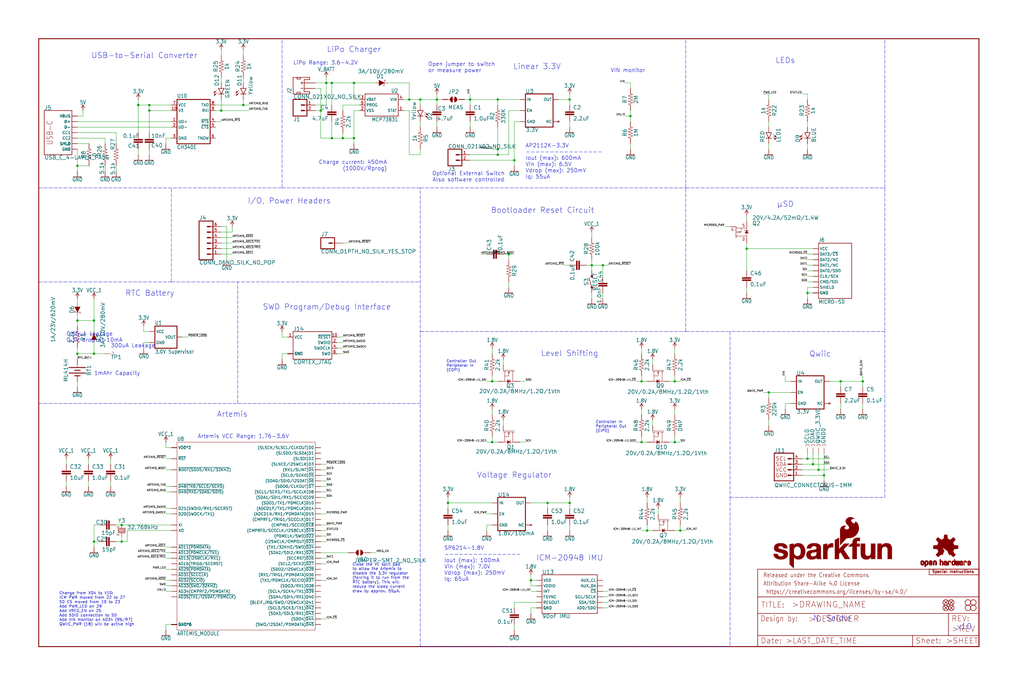
<source format=kicad_sch>
(kicad_sch (version 20211123) (generator eeschema)
  (paper "User" 470.306 318.414)
  (lib_symbols
    (symbol "schematicEagle-eagle-import:0.1UF-0402T-16V-10%"
      (property "Reference" "C" (at 1.524 2.921 0))
      (property "Value" "0.1UF-0402T-16V-10%" (at 1.524 -2.159 0))
      (symbol "0.1UF-0402T-16V-10%_1_0"
        (pin passive line (at 0 5.08 270) (length 2.54) (name "1") (number "1"))
        (pin passive line (at 0 -2.54 90) (length 2.54) (name "2") (number "2"))
      )
    )
    (symbol "schematicEagle-eagle-import:0.1UF-0402T-6.3V-10%-X7R"
      (property "Reference" "C" (at 1.524 2.921 0))
      (property "Value" "0.1UF-0402T-6.3V-10%-X7R" (at 1.524 -2.159 0))
      (symbol "0.1UF-0402T-6.3V-10%-X7R_1_0"
        (pin passive line (at 0 5.08 270) (length 2.54) (name "1") (number "1"))
        (pin passive line (at 0 -2.54 90) (length 2.54) (name "2") (number "2"))
      )
    )
    (symbol "schematicEagle-eagle-import:0OHM-0402T-1{slash}10W"
      (property "Reference" "R" (at 0 1.524 0))
      (property "Value" "0OHM-0402T-1{slash}10W" (at 0 -1.524 0))
      (symbol "0OHM-0402T-1{slash}10W_1_0"
        (pin passive line (at -5.08 0 0) (length 2.54) (name "1") (number "1"))
        (pin passive line (at 5.08 0 180) (length 2.54) (name "2") (number "2"))
      )
    )
    (symbol "schematicEagle-eagle-import:1.0NF{slash}1000PF-0402_TIGHT-50V-10%"
      (property "Reference" "C" (at 1.524 2.921 0))
      (property "Value" "1.0NF{slash}1000PF-0402_TIGHT-50V-10%" (at 1.524 -2.159 0))
      (symbol "1.0NF{slash}1000PF-0402_TIGHT-50V-10%_1_0"
        (pin passive line (at 0 5.08 270) (length 2.54) (name "1") (number "1"))
        (pin passive line (at 0 -2.54 90) (length 2.54) (name "2") (number "2"))
      )
    )
    (symbol "schematicEagle-eagle-import:1.0UF-0402T-16V-10%"
      (property "Reference" "C" (at 1.524 2.921 0))
      (property "Value" "1.0UF-0402T-16V-10%" (at 1.524 -2.159 0))
      (symbol "1.0UF-0402T-16V-10%_1_0"
        (pin passive line (at 0 5.08 270) (length 2.54) (name "1") (number "1"))
        (pin passive line (at 0 -2.54 90) (length 2.54) (name "2") (number "2"))
      )
    )
    (symbol "schematicEagle-eagle-import:1.8V" (power)
      (property "Value" "1.8V" (at 0 2.794 0))
      (symbol "1.8V_1_0"
        (pin power_in line (at 0 0 90) (length 2.54) (name "1.8V") (number "1"))
      )
    )
    (symbol "schematicEagle-eagle-import:100KOHM-0402T-1{slash}16W-1%"
      (property "Reference" "R" (at 0 1.524 0))
      (property "Value" "100KOHM-0402T-1{slash}16W-1%" (at 0 -1.524 0))
      (symbol "100KOHM-0402T-1{slash}16W-1%_1_0"
        (pin passive line (at -5.08 0 0) (length 2.54) (name "1") (number "1"))
        (pin passive line (at 5.08 0 180) (length 2.54) (name "2") (number "2"))
      )
    )
    (symbol "schematicEagle-eagle-import:10NF-0402T-25V-10%"
      (property "Reference" "C" (at 1.524 2.921 0))
      (property "Value" "10NF-0402T-25V-10%" (at 1.524 -2.159 0))
      (symbol "10NF-0402T-25V-10%_1_0"
        (pin passive line (at 0 5.08 270) (length 2.54) (name "1") (number "1"))
        (pin passive line (at 0 -2.54 90) (length 2.54) (name "2") (number "2"))
      )
    )
    (symbol "schematicEagle-eagle-import:10UF-0402T-6.3V-20%"
      (property "Reference" "C" (at 1.524 2.921 0))
      (property "Value" "10UF-0402T-6.3V-20%" (at 1.524 -2.159 0))
      (symbol "10UF-0402T-6.3V-20%_1_0"
        (pin passive line (at 0 5.08 270) (length 2.54) (name "1") (number "1"))
        (pin passive line (at 0 -2.54 90) (length 2.54) (name "2") (number "2"))
      )
    )
    (symbol "schematicEagle-eagle-import:15PF-0402T-50V-5%"
      (property "Reference" "C" (at 1.524 2.921 0))
      (property "Value" "15PF-0402T-50V-5%" (at 1.524 -2.159 0))
      (symbol "15PF-0402T-50V-5%_1_0"
        (pin passive line (at 0 5.08 270) (length 2.54) (name "1") (number "1"))
        (pin passive line (at 0 -2.54 90) (length 2.54) (name "2") (number "2"))
      )
    )
    (symbol "schematicEagle-eagle-import:1KOHM-0402T-1{slash}16W-1%"
      (property "Reference" "R" (at 0 1.524 0))
      (property "Value" "1KOHM-0402T-1{slash}16W-1%" (at 0 -1.524 0))
      (symbol "1KOHM-0402T-1{slash}16W-1%_1_0"
        (pin passive line (at -5.08 0 0) (length 2.54) (name "1") (number "1"))
        (pin passive line (at 5.08 0 180) (length 2.54) (name "2") (number "2"))
      )
    )
    (symbol "schematicEagle-eagle-import:1MOHM-0402T-1{slash}16W-1%"
      (property "Reference" "R" (at 0 1.524 0))
      (property "Value" "1MOHM-0402T-1{slash}16W-1%" (at 0 -1.524 0))
      (symbol "1MOHM-0402T-1{slash}16W-1%_1_0"
        (pin passive line (at -5.08 0 0) (length 2.54) (name "1") (number "1"))
        (pin passive line (at 5.08 0 180) (length 2.54) (name "2") (number "2"))
      )
    )
    (symbol "schematicEagle-eagle-import:2.2KOHM-0402T-1{slash}16W-1%"
      (property "Reference" "R" (at 0 1.524 0))
      (property "Value" "2.2KOHM-0402T-1{slash}16W-1%" (at 0 -1.524 0))
      (symbol "2.2KOHM-0402T-1{slash}16W-1%_1_0"
        (pin passive line (at -5.08 0 0) (length 2.54) (name "1") (number "1"))
        (pin passive line (at 5.08 0 180) (length 2.54) (name "2") (number "2"))
      )
    )
    (symbol "schematicEagle-eagle-import:2.2UF-0402_TIGHT-10V-10%-X5R"
      (property "Reference" "C" (at 1.524 2.921 0))
      (property "Value" "2.2UF-0402_TIGHT-10V-10%-X5R" (at 1.524 -2.159 0))
      (symbol "2.2UF-0402_TIGHT-10V-10%-X5R_1_0"
        (pin passive line (at 0 5.08 270) (length 2.54) (name "1") (number "1"))
        (pin passive line (at 0 -2.54 90) (length 2.54) (name "2") (number "2"))
      )
    )
    (symbol "schematicEagle-eagle-import:220KOHM-0402T-1{slash}16W-1%"
      (property "Reference" "R" (at 0 1.524 0))
      (property "Value" "220KOHM-0402T-1{slash}16W-1%" (at 0 -1.524 0))
      (symbol "220KOHM-0402T-1{slash}16W-1%_1_0"
        (pin passive line (at -5.08 0 0) (length 2.54) (name "1") (number "1"))
        (pin passive line (at 5.08 0 180) (length 2.54) (name "2") (number "2"))
      )
    )
    (symbol "schematicEagle-eagle-import:2MOHM-0402T-1{slash}16W-1%"
      (property "Reference" "R" (at 0 1.524 0))
      (property "Value" "2MOHM-0402T-1{slash}16W-1%" (at 0 -1.524 0))
      (symbol "2MOHM-0402T-1{slash}16W-1%_1_0"
        (pin passive line (at -5.08 0 0) (length 2.54) (name "1") (number "1"))
        (pin passive line (at 5.08 0 180) (length 2.54) (name "2") (number "2"))
      )
    )
    (symbol "schematicEagle-eagle-import:3.3V" (power)
      (property "Value" "3.3V" (at 0 2.794 0))
      (symbol "3.3V_1_0"
        (pin power_in line (at 0 0 90) (length 2.54) (name "3.3V") (number "1"))
      )
    )
    (symbol "schematicEagle-eagle-import:330KOHM-0402T-1{slash}16W-1%"
      (property "Reference" "R" (at 0 1.524 0))
      (property "Value" "330KOHM-0402T-1{slash}16W-1%" (at 0 -1.524 0))
      (symbol "330KOHM-0402T-1{slash}16W-1%_1_0"
        (pin passive line (at -5.08 0 0) (length 2.54) (name "1") (number "1"))
        (pin passive line (at 5.08 0 180) (length 2.54) (name "2") (number "2"))
      )
    )
    (symbol "schematicEagle-eagle-import:4.7UF-0402_TIGHT-6.3V-20%-X5R"
      (property "Reference" "C" (at 1.524 2.921 0))
      (property "Value" "4.7UF-0402_TIGHT-6.3V-20%-X5R" (at 1.524 -2.159 0))
      (symbol "4.7UF-0402_TIGHT-6.3V-20%-X5R_1_0"
        (pin passive line (at 0 5.08 270) (length 2.54) (name "1") (number "1"))
        (pin passive line (at 0 -2.54 90) (length 2.54) (name "2") (number "2"))
      )
    )
    (symbol "schematicEagle-eagle-import:5.1KOHM-0402T-1{slash}16W-1%"
      (property "Reference" "R" (at 0 1.524 0))
      (property "Value" "5.1KOHM-0402T-1{slash}16W-1%" (at 0 -1.524 0))
      (symbol "5.1KOHM-0402T-1{slash}16W-1%_1_0"
        (pin passive line (at -5.08 0 0) (length 2.54) (name "1") (number "1"))
        (pin passive line (at 5.08 0 180) (length 2.54) (name "2") (number "2"))
      )
    )
    (symbol "schematicEagle-eagle-import:5V" (power)
      (property "Value" "5V" (at 0 2.794 0))
      (symbol "5V_1_0"
        (pin power_in line (at 0 0 90) (length 2.54) (name "5V") (number "1"))
      )
    )
    (symbol "schematicEagle-eagle-import:ARTEMIS_MODULESMD"
      (property "Reference" "U" (at -30.48 41.148 0))
      (property "Value" "ARTEMIS_MODULESMD" (at -30.48 -48.26 0))
      (symbol "ARTEMIS_MODULESMD_1_0"
        (pin bidirectional line (at -33.02 -15.24 0) (length 2.54) (name "AD16(TRIG0/SCCRST)") (number "AD16"))
        (pin bidirectional line (at -33.02 -27.94 0) (length 2.54) (name "AD34(CMPRF2/PDMDATA)") (number "AD34"))
        (pin bidirectional line (at -33.02 27.94 0) (length 2.54) (name "~{BOOT(SDO5/RX1/32KHZ})") (number "BOOT"))
        (pin bidirectional line (at 35.56 38.1 180) (length 2.54) (name "(SLSCK/SLSCL/CLKOUT)D0") (number "D0"))
        (pin bidirectional line (at 35.56 35.56 180) (length 2.54) (name "(SLSDO/SLSDA)D1") (number "D1"))
        (pin bidirectional line (at 35.56 12.7 180) (length 2.54) (name "(SDO1/TX1/PDMCLK)D10") (number "D10"))
        (pin bidirectional line (at 35.56 10.16 180) (length 2.54) (name "(ADCD1P/TX1/PDMCLK)D14") (number "D14"))
        (pin bidirectional line (at 35.56 7.62 180) (length 2.54) (name "(ADCD1N/RX1/PDMDATA)D15") (number "D15"))
        (pin bidirectional line (at 35.56 5.08 180) (length 2.54) (name "(CMPRF1/TRIG1/SCCCLK)D17") (number "D17"))
        (pin bidirectional line (at 35.56 33.02 180) (length 2.54) (name "(SLSDI)D2") (number "D2"))
        (pin bidirectional line (at 35.56 30.48 180) (length 2.54) (name "(SLNCE/I2SWCLK)D3") (number "D3"))
        (pin bidirectional line (at 35.56 -20.32 180) (length 2.54) (name "(RX1/TRIG1/PDMDATA)D36") (number "D36"))
        (pin bidirectional line (at 35.56 -25.4 180) (length 2.54) (name "(SDO3/RX1)D38") (number "D38"))
        (pin bidirectional line (at 35.56 -30.48 180) (length 2.54) (name "(SDA4/SDI4/RX1)D40") (number "D40"))
        (pin bidirectional line (at 35.56 -33.02 180) (length 2.54) (name "(BLEIF_IRQ/SWO/I2SWCLK)D41") (number "D41"))
        (pin bidirectional line (at 35.56 20.32 180) (length 2.54) (name "(SDO0/CLKOUT)~{D7}") (number "D7"))
        (pin bidirectional line (at 35.56 17.78 180) (length 2.54) (name "(SCL1/SCK1/TX1/SCCLK)D8") (number "D8"))
        (pin bidirectional line (at 35.56 15.24 180) (length 2.54) (name "(SDA1/SDI1/RX1/SCCIO)D9") (number "D9"))
        (pin bidirectional line (at -33.02 -43.18 0) (length 2.54) (name "GND*6") (number "GND@1"))
        (pin bidirectional line (at -33.02 -43.18 0) (length 2.54) (name "GND*6") (number "GND@22"))
        (pin bidirectional line (at -33.02 -43.18 0) (length 2.54) (name "GND*6") (number "GND@38"))
        (pin bidirectional line (at -33.02 -43.18 0) (length 2.54) (name "GND*6") (number "GND@39"))
        (pin bidirectional line (at -33.02 -43.18 0) (length 2.54) (name "GND*6") (number "GND@47"))
        (pin bidirectional line (at -33.02 -43.18 0) (length 2.54) (name "GND*6") (number "GND@59"))
        (pin bidirectional line (at -33.02 17.78 0) (length 2.54) (name "~{D49(RX0/SDA5/SDI5})") (number "RXI-0"))
        (pin bidirectional line (at -33.02 7.62 0) (length 2.54) (name "D20(SWDCK/TX1)") (number "SWDCK"))
        (pin bidirectional line (at -33.02 10.16 0) (length 2.54) (name "D21(SWDIO/RX1/SCCRST)") (number "SWDIO"))
        (pin bidirectional line (at -33.02 20.32 0) (length 2.54) (name "~{D48(TX0/SCL5/SCK5})") (number "TXO-0"))
        (pin bidirectional line (at -33.02 38.1 0) (length 2.54) (name "VDD*2") (number "VDD@36"))
        (pin bidirectional line (at -33.02 38.1 0) (length 2.54) (name "VDD*2") (number "VDD@37"))
        (pin bidirectional line (at -33.02 2.54 0) (length 2.54) (name "XI") (number "XI"))
        (pin bidirectional line (at -33.02 0 0) (length 2.54) (name "XO") (number "XO"))
        (pin bidirectional line (at -33.02 -7.62 0) (length 2.54) (name "~{AD11(PDMDATA})") (number "~AD11"))
        (pin bidirectional line (at -33.02 -10.16 0) (length 2.54) (name "~{AD12(PDMCLK/TX1})") (number "~AD12"))
        (pin bidirectional line (at -33.02 -12.7 0) (length 2.54) (name "~{AD13(I2SBCLK/RX1})") (number "~AD13"))
        (pin bidirectional line (at -33.02 -17.78 0) (length 2.54) (name "~{AD29(PDMDATA})") (number "~AD29"))
        (pin bidirectional line (at -33.02 -20.32 0) (length 2.54) (name "~{AD31(SCCCLK})") (number "~AD31"))
        (pin bidirectional line (at -33.02 -22.86 0) (length 2.54) (name "~{AD32(SCCIO})") (number "~AD32"))
        (pin bidirectional line (at -33.02 -25.4 0) (length 2.54) (name "~{AD33(SWO/32KHZ})") (number "~AD33/SWO"))
        (pin bidirectional line (at -33.02 -30.48 0) (length 2.54) (name "~{AD35(TX1/I2SDAT/PDMCLK})") (number "~AD35"))
        (pin bidirectional line (at 35.56 2.54 180) (length 2.54) (name "(CMPIN1/SCCIO)~{D18}") (number "~D18"))
        (pin bidirectional line (at 35.56 0 180) (length 2.54) (name "(CMPRF0/SCCCLK/I2SBCLK)~{D19}") (number "~D19"))
        (pin bidirectional line (at 35.56 -2.54 180) (length 2.54) (name "(PDMCLK/SWO)~{D22}") (number "~D22"))
        (pin bidirectional line (at 35.56 -5.08 180) (length 2.54) (name "(I2SWCLK/CMPOUT)~{D23}") (number "~D23"))
        (pin bidirectional line (at 35.56 -7.62 180) (length 2.54) (name "(TX1/32KHZ/SWO)~{D24}") (number "~D24"))
        (pin bidirectional line (at 35.56 -10.16 180) (length 2.54) (name "(SDA2/SDI2/RX1)~{D25}") (number "~D25"))
        (pin bidirectional line (at 35.56 -12.7 180) (length 2.54) (name "(SCCRST)~{D26}") (number "~D26"))
        (pin bidirectional line (at 35.56 -15.24 180) (length 2.54) (name "(SCL2/SCK2)~{D27}") (number "~D27"))
        (pin bidirectional line (at 35.56 -17.78 180) (length 2.54) (name "(SDO2/I2SWCLK)~{D28}") (number "~D28"))
        (pin bidirectional line (at 35.56 -22.86 180) (length 2.54) (name "(TX1/PDMCLK/SCCIO)~{D37}") (number "~D37"))
        (pin bidirectional line (at 35.56 -27.94 180) (length 2.54) (name "(SCL4/SCK4/TX1)~{D39}") (number "~D39"))
        (pin bidirectional line (at 35.56 27.94 180) (length 2.54) (name "(RX1/SLINT)~{D4}") (number "~D4"))
        (pin bidirectional line (at 35.56 -35.56 180) (length 2.54) (name "(SCL3/SCK3/TX1)~{D42}") (number "~D42"))
        (pin bidirectional line (at 35.56 -38.1 180) (length 2.54) (name "(SDA3/SDI3/RX1)~{D43}") (number "~D43"))
        (pin bidirectional line (at 35.56 -40.64 180) (length 2.54) (name "(SDO4)~{D44}") (number "~D44"))
        (pin bidirectional line (at 35.56 -43.18 180) (length 2.54) (name "(SWO/I2SDAT/PDMDATA)~{D45}") (number "~D45"))
        (pin bidirectional line (at 35.56 25.4 180) (length 2.54) (name "(SCL0/SCK0)~{D5}") (number "~D5"))
        (pin bidirectional line (at 35.56 22.86 180) (length 2.54) (name "(SDA0/SDI0/I2SDAT)~{D6}") (number "~D6"))
        (pin bidirectional line (at -33.02 33.02 0) (length 2.54) (name "~{RST}") (number "~RST"))
      )
    )
    (symbol "schematicEagle-eagle-import:CH340E_MSOP10"
      (property "Reference" "U" (at -7.62 10.795 0))
      (property "Value" "CH340E_MSOP10" (at -7.62 -12.7 0))
      (symbol "CH340E_MSOP10_1_0"
        (pin bidirectional line (at -10.16 0 0) (length 2.54) (name "UD+") (number "1"))
        (pin bidirectional line (at -10.16 5.08 0) (length 2.54) (name "V3") (number "10"))
        (pin bidirectional line (at -10.16 -2.54 0) (length 2.54) (name "UD-") (number "2"))
        (pin bidirectional line (at -10.16 -7.62 0) (length 2.54) (name "GND") (number "3"))
        (pin bidirectional line (at 10.16 0 180) (length 2.54) (name "~{RTS}") (number "4"))
        (pin bidirectional line (at 10.16 -2.54 180) (length 2.54) (name "~{CTS}") (number "5"))
        (pin bidirectional line (at 10.16 -7.62 180) (length 2.54) (name "TNOW") (number "6"))
        (pin bidirectional line (at -10.16 7.62 0) (length 2.54) (name "VCC") (number "7"))
        (pin bidirectional line (at 10.16 7.62 180) (length 2.54) (name "TXO") (number "8"))
        (pin bidirectional line (at 10.16 5.08 180) (length 2.54) (name "RXI") (number "9"))
      )
    )
    (symbol "schematicEagle-eagle-import:CONN_01PTH_NO_SILK_YES_STOP"
      (property "Reference" "J" (at -2.54 3.048 0))
      (property "Value" "CONN_01PTH_NO_SILK_YES_STOP" (at -2.54 -4.826 0))
      (symbol "CONN_01PTH_NO_SILK_YES_STOP_1_0"
        (pin passive line (at 7.62 0 180) (length 5.08) (name "1") (number "1"))
      )
    )
    (symbol "schematicEagle-eagle-import:CONN_021X02_NO_SILK"
      (property "Reference" "J" (at -2.54 5.588 0))
      (property "Value" "CONN_021X02_NO_SILK" (at -2.54 -4.826 0))
      (symbol "CONN_021X02_NO_SILK_1_0"
        (pin passive line (at 7.62 0 180) (length 5.08) (name "1") (number "1"))
        (pin passive line (at 7.62 2.54 180) (length 5.08) (name "2") (number "2"))
      )
    )
    (symbol "schematicEagle-eagle-import:CONN_06NO_SILK_NO_POP"
      (property "Reference" "J" (at -5.08 10.668 0))
      (property "Value" "CONN_06NO_SILK_NO_POP" (at -5.08 -9.906 0))
      (symbol "CONN_06NO_SILK_NO_POP_1_0"
        (pin passive line (at 5.08 -5.08 180) (length 5.08) (name "1") (number "1"))
        (pin passive line (at 5.08 -2.54 180) (length 5.08) (name "2") (number "2"))
        (pin passive line (at 5.08 0 180) (length 5.08) (name "3") (number "3"))
        (pin passive line (at 5.08 2.54 180) (length 5.08) (name "4") (number "4"))
        (pin passive line (at 5.08 5.08 180) (length 5.08) (name "5") (number "5"))
        (pin passive line (at 5.08 7.62 180) (length 5.08) (name "6") (number "6"))
      )
    )
    (symbol "schematicEagle-eagle-import:CORTEX_JTAG_DEBUG_MINIMUM_PTH"
      (property "Reference" "J" (at -10.16 7.874 0))
      (property "Value" "CORTEX_JTAG_DEBUG_MINIMUM_PTH" (at -10.16 -7.366 0))
      (symbol "CORTEX_JTAG_DEBUG_MINIMUM_PTH_1_0"
        (pin bidirectional line (at -12.7 5.08 0) (length 2.54) (name "VCC") (number "1"))
        (pin bidirectional line (at 10.16 5.08 180) (length 2.54) (name "~{RESET}") (number "10"))
        (pin bidirectional line (at 10.16 2.54 180) (length 2.54) (name "SWDIO") (number "2"))
        (pin bidirectional line (at -12.7 -2.54 0) (length 2.54) (name "GND") (number "3"))
        (pin bidirectional line (at 10.16 0 180) (length 2.54) (name "SWDCLK") (number "4"))
        (pin bidirectional line (at -12.7 -2.54 0) (length 2.54) (name "GND") (number "5"))
        (pin bidirectional line (at 10.16 -2.54 180) (length 2.54) (name "SWO") (number "6"))
        (pin bidirectional line (at -12.7 -2.54 0) (length 2.54) (name "GND") (number "9"))
      )
    )
    (symbol "schematicEagle-eagle-import:CRYSTAL-32.768KHZSMD-3.2X1.5"
      (property "Reference" "Y" (at 0 2.032 0))
      (property "Value" "CRYSTAL-32.768KHZSMD-3.2X1.5" (at 0 -2.032 0))
      (symbol "CRYSTAL-32.768KHZSMD-3.2X1.5_1_0"
        (text "1" (at -2.159 -1.143 0) (effects (font (size 0.8636 0.734)) (justify left bottom)))
        (text "2" (at 1.524 -1.143 0) (effects (font (size 0.8636 0.734)) (justify left bottom)))
        (pin passive line (at -2.54 0 0) (length 0) (name "1") (number "P$1"))
        (pin passive line (at 2.54 0 180) (length 0) (name "2") (number "P$2"))
      )
    )
    (symbol "schematicEagle-eagle-import:DIODE-SCHOTTKY-BAT20J"
      (property "Reference" "D" (at -2.54 2.032 0))
      (property "Value" "DIODE-SCHOTTKY-BAT20J" (at -2.54 -2.032 0))
      (symbol "DIODE-SCHOTTKY-BAT20J_1_0"
        (pin passive line (at -2.54 0 0) (length 0) (name "A") (number "A"))
        (pin passive line (at 2.54 0 180) (length 0) (name "C") (number "C"))
      )
    )
    (symbol "schematicEagle-eagle-import:DIODE-SCHOTTKY-BAT60A"
      (property "Reference" "D" (at -2.54 2.032 0))
      (property "Value" "DIODE-SCHOTTKY-BAT60A" (at -2.54 -2.032 0))
      (symbol "DIODE-SCHOTTKY-BAT60A_1_0"
        (pin passive line (at -2.54 0 0) (length 0) (name "A") (number "A"))
        (pin passive line (at 2.54 0 180) (length 0) (name "C") (number "C"))
      )
    )
    (symbol "schematicEagle-eagle-import:FIDUCIAL1X2")
    (symbol "schematicEagle-eagle-import:FRAME-LEDGER"
      (symbol "FRAME-LEDGER_2_0"
        (text " https://creativecommons.org/licenses/by-sa/4.0/" (at 2.54 24.13 0) (effects (font (size 1.9304 1.6408)) (justify left bottom)))
        (text ">DESIGNER" (at 23.114 11.176 0) (effects (font (size 2.7432 2.7432)) (justify left bottom)))
        (text ">DRAWING_NAME" (at 15.494 17.78 0) (effects (font (size 2.7432 2.7432)) (justify left bottom)))
        (text ">LAST_DATE_TIME" (at 12.7 1.27 0) (effects (font (size 2.54 2.54)) (justify left bottom)))
        (text ">REV" (at 88.9 6.604 0) (effects (font (size 2.7432 2.7432)) (justify left bottom)))
        (text ">SHEET" (at 86.36 1.27 0) (effects (font (size 2.54 2.54)) (justify left bottom)))
        (text "Attribution Share-Alike 4.0 License" (at 2.54 27.94 0) (effects (font (size 1.9304 1.6408)) (justify left bottom)))
        (text "Date:" (at 1.27 1.27 0) (effects (font (size 2.54 2.54)) (justify left bottom)))
        (text "Design by:" (at 1.27 11.43 0) (effects (font (size 2.54 2.159)) (justify left bottom)))
        (text "Released under the Creative Commons" (at 2.54 31.75 0) (effects (font (size 1.9304 1.6408)) (justify left bottom)))
        (text "REV:" (at 88.9 11.43 0) (effects (font (size 2.54 2.54)) (justify left bottom)))
        (text "Sheet:" (at 72.39 1.27 0) (effects (font (size 2.54 2.54)) (justify left bottom)))
        (text "TITLE:" (at 1.524 17.78 0) (effects (font (size 2.54 2.54)) (justify left bottom)))
      )
    )
    (symbol "schematicEagle-eagle-import:GND" (power)
      (property "Value" "GND" (at 0 -0.254 0))
      (symbol "GND_1_0"
        (pin power_in line (at 0 2.54 270) (length 2.54) (name "GND") (number "1"))
      )
    )
    (symbol "schematicEagle-eagle-import:ICM-20948"
      (property "Reference" "U" (at -12.7 10.414 0))
      (property "Value" "ICM-20948" (at -12.7 -7.874 0))
      (symbol "ICM-20948_1_0"
        (pin bidirectional line (at -15.24 -2.54 0) (length 2.54) (name "REGOUT") (number "10"))
        (pin bidirectional line (at -15.24 0 0) (length 2.54) (name "FSYNC") (number "11"))
        (pin bidirectional line (at -15.24 2.54 0) (length 2.54) (name "INT") (number "12"))
        (pin bidirectional line (at -15.24 7.62 0) (length 2.54) (name "VDD") (number "13"))
        (pin bidirectional line (at -15.24 -5.08 0) (length 2.54) (name "GND") (number "18"))
        (pin bidirectional line (at -15.24 -5.08 0) (length 2.54) (name "GND") (number "20"))
        (pin bidirectional line (at 15.24 5.08 180) (length 2.54) (name "AUX_DA") (number "21"))
        (pin bidirectional line (at 15.24 2.54 180) (length 2.54) (name "~{CS}") (number "22"))
        (pin bidirectional line (at 15.24 0 180) (length 2.54) (name "SCL/SCLK") (number "23"))
        (pin bidirectional line (at 15.24 -2.54 180) (length 2.54) (name "SDA/SDI") (number "24"))
        (pin bidirectional line (at 15.24 7.62 180) (length 2.54) (name "AUX_CL") (number "7"))
        (pin bidirectional line (at -15.24 5.08 0) (length 2.54) (name "VDDIO") (number "8"))
        (pin bidirectional line (at 15.24 -5.08 180) (length 2.54) (name "AD0/SDO") (number "9"))
      )
    )
    (symbol "schematicEagle-eagle-import:JST_2MM_MALE"
      (property "Reference" "J" (at -2.54 5.842 0))
      (symbol "JST_2MM_MALE_1_0"
        (pin bidirectional line (at 0 -5.08 90) (length 5.08) (name "-") (number "1"))
        (pin bidirectional line (at 2.54 -5.08 90) (length 5.08) (name "+") (number "2"))
        (pin bidirectional line (at -2.54 2.54 90) (length 0) (name "PAD1") (number "NC1"))
        (pin bidirectional line (at 5.08 2.54 90) (length 0) (name "PAD2") (number "NC2"))
      )
    )
    (symbol "schematicEagle-eagle-import:JUMPER-COMBO_2_NC_TRACE"
      (property "Reference" "JP" (at -2.54 2.54 0))
      (property "Value" "JUMPER-COMBO_2_NC_TRACE" (at -2.54 -2.54 0))
      (symbol "JUMPER-COMBO_2_NC_TRACE_1_0"
        (pin passive line (at -5.08 0 0) (length 2.54) (name "1") (number "1"))
        (pin passive line (at 5.08 0 180) (length 2.54) (name "2") (number "2"))
        (pin passive line (at -5.08 0 0) (length 2.54) (name "1") (number "3"))
        (pin passive line (at 5.08 0 180) (length 2.54) (name "2") (number "4"))
      )
    )
    (symbol "schematicEagle-eagle-import:JUMPER-SMT_2_NO_SILK"
      (property "Reference" "JP" (at -2.54 2.54 0))
      (property "Value" "JUMPER-SMT_2_NO_SILK" (at -2.54 -2.54 0))
      (symbol "JUMPER-SMT_2_NO_SILK_1_0"
        (pin passive line (at -5.08 0 0) (length 2.54) (name "1") (number "1"))
        (pin passive line (at 5.08 0 180) (length 2.54) (name "2") (number "2"))
      )
    )
    (symbol "schematicEagle-eagle-import:LED-BLUE0603"
      (property "Reference" "D" (at -3.429 -4.572 90))
      (property "Value" "LED-BLUE0603" (at 1.905 -4.572 90))
      (symbol "LED-BLUE0603_1_0"
        (pin passive line (at 0 2.54 270) (length 2.54) (name "A") (number "A"))
        (pin passive line (at 0 -5.08 90) (length 2.54) (name "C") (number "C"))
      )
    )
    (symbol "schematicEagle-eagle-import:LED-GREEN0603"
      (property "Reference" "D" (at -3.429 -4.572 90))
      (property "Value" "LED-GREEN0603" (at 1.905 -4.572 90))
      (symbol "LED-GREEN0603_1_0"
        (pin passive line (at 0 2.54 270) (length 2.54) (name "A") (number "A"))
        (pin passive line (at 0 -5.08 90) (length 2.54) (name "C") (number "C"))
      )
    )
    (symbol "schematicEagle-eagle-import:LED-RED0603"
      (property "Reference" "D" (at -3.429 -4.572 90))
      (property "Value" "LED-RED0603" (at 1.905 -4.572 90))
      (symbol "LED-RED0603_1_0"
        (pin passive line (at 0 2.54 270) (length 2.54) (name "A") (number "A"))
        (pin passive line (at 0 -5.08 90) (length 2.54) (name "C") (number "C"))
      )
    )
    (symbol "schematicEagle-eagle-import:LED-YELLOW0603"
      (property "Reference" "D" (at -3.429 -4.572 90))
      (property "Value" "LED-YELLOW0603" (at 1.905 -4.572 90))
      (symbol "LED-YELLOW0603_1_0"
        (pin passive line (at 0 2.54 270) (length 2.54) (name "A") (number "A"))
        (pin passive line (at 0 -5.08 90) (length 2.54) (name "C") (number "C"))
      )
    )
    (symbol "schematicEagle-eagle-import:MCP73831"
      (property "Reference" "U" (at -7.62 5.588 0))
      (property "Value" "MCP73831" (at -7.62 -7.62 0))
      (symbol "MCP73831_1_0"
        (pin output line (at -10.16 -2.54 0) (length 2.54) (name "STAT") (number "1"))
        (pin power_in line (at 10.16 -2.54 180) (length 2.54) (name "VSS") (number "2"))
        (pin power_in line (at 10.16 2.54 180) (length 2.54) (name "VBAT") (number "3"))
        (pin power_in line (at -10.16 2.54 0) (length 2.54) (name "VIN") (number "4"))
        (pin input line (at 10.16 0 180) (length 2.54) (name "PROG") (number "5"))
      )
    )
    (symbol "schematicEagle-eagle-import:MICRO-SD-SDIOPUSH-PUSH"
      (property "Reference" "J" (at -5.08 13.208 0))
      (property "Value" "MICRO-SD-SDIOPUSH-PUSH" (at -5.08 -15.24 0))
      (symbol "MICRO-SD-SDIOPUSH-PUSH_1_0"
        (pin bidirectional line (at -7.62 -7.62 0) (length 2.54) (name "SHIELD") (number "CD1"))
        (pin bidirectional line (at -7.62 7.62 0) (length 2.54) (name "DAT3/~{CS}") (number "CS/DAT3"))
        (pin bidirectional line (at -7.62 2.54 0) (length 2.54) (name "DAT1/NC") (number "DAT1"))
        (pin bidirectional line (at -7.62 5.08 0) (length 2.54) (name "DAT2/NC") (number "DAT2"))
        (pin bidirectional line (at -7.62 -5.08 0) (length 2.54) (name "CMD/SDI") (number "DI/CMD"))
        (pin bidirectional line (at -7.62 0 0) (length 2.54) (name "DAT0/SDO") (number "DO/DAT0"))
        (pin bidirectional line (at -7.62 -10.16 0) (length 2.54) (name "GND") (number "GND"))
        (pin bidirectional line (at -7.62 -10.16 0) (length 2.54) (name "GND") (number "GND1"))
        (pin bidirectional line (at -7.62 -10.16 0) (length 2.54) (name "GND") (number "GND3"))
        (pin bidirectional line (at -7.62 -2.54 0) (length 2.54) (name "CLK/SCK") (number "SCLK"))
        (pin bidirectional line (at -7.62 10.16 0) (length 2.54) (name "VCC") (number "VCC"))
      )
    )
    (symbol "schematicEagle-eagle-import:ML414H_IV01E_BATTERY"
      (property "Reference" "BT" (at 0 4.318 0))
      (property "Value" "ML414H_IV01E_BATTERY" (at 0 -4.318 0))
      (symbol "ML414H_IV01E_BATTERY_1_0"
        (pin power_in line (at -5.08 0 0) (length 2.54) (name "+") (number "+"))
        (pin power_in line (at 5.08 0 180) (length 2.54) (name "-") (number "-"))
      )
    )
    (symbol "schematicEagle-eagle-import:MOMENTARY-SWITCH-SPST-SMD-4.6X2.8MM"
      (property "Reference" "S" (at 0 1.524 0))
      (property "Value" "MOMENTARY-SWITCH-SPST-SMD-4.6X2.8MM" (at 0 -0.508 0))
      (symbol "MOMENTARY-SWITCH-SPST-SMD-4.6X2.8MM_1_0"
        (pin passive line (at -5.08 0 0) (length 2.54) (name "1") (number "1"))
        (pin passive line (at -5.08 0 0) (length 2.54) (name "1") (number "2"))
        (pin passive line (at 5.08 0 180) (length 2.54) (name "2") (number "3"))
        (pin passive line (at 5.08 0 180) (length 2.54) (name "2") (number "4"))
      )
    )
    (symbol "schematicEagle-eagle-import:MOSFET-NCH-RE1C00UNTL"
      (property "Reference" "Q" (at 5.08 0 0))
      (property "Value" "MOSFET-NCH-RE1C00UNTL" (at 5.08 -2.54 0))
      (symbol "MOSFET-NCH-RE1C00UNTL_1_0"
        (pin bidirectional line (at -5.08 -2.54 0) (length 2.54) (name "G") (number "1"))
        (pin bidirectional line (at 2.54 -5.08 90) (length 2.54) (name "S") (number "2"))
        (pin bidirectional line (at 2.54 5.08 270) (length 2.54) (name "D") (number "3"))
      )
    )
    (symbol "schematicEagle-eagle-import:MOSFET_PCH-DMG2305UX-7"
      (property "Reference" "Q" (at 5.08 0 0))
      (property "Value" "MOSFET_PCH-DMG2305UX-7" (at 5.08 -2.54 0))
      (symbol "MOSFET_PCH-DMG2305UX-7_1_0"
        (text "D" (at 0.508 2.54 0) (effects (font (size 1.27 1.0795)) (justify left bottom)))
        (text "G" (at -3.302 -0.508 0) (effects (font (size 1.27 1.0795)) (justify right top)))
        (text "S" (at 0.508 -3.81 0) (effects (font (size 1.27 1.0795)) (justify left bottom)))
        (pin bidirectional line (at -5.08 -2.54 0) (length 2.54) (name "G") (number "1"))
        (pin bidirectional line (at 2.54 -5.08 90) (length 2.54) (name "S") (number "2"))
        (pin bidirectional line (at 2.54 5.08 270) (length 2.54) (name "D") (number "3"))
      )
    )
    (symbol "schematicEagle-eagle-import:OSHW-LOGOS")
    (symbol "schematicEagle-eagle-import:QWIIC_CONNECTORJS-1MM"
      (property "Reference" "J" (at -5.08 7.874 0))
      (property "Value" "QWIIC_CONNECTORJS-1MM" (at -5.08 -5.334 0))
      (symbol "QWIIC_CONNECTORJS-1MM_1_0"
        (text "GND" (at -4.572 -2.54 0) (effects (font (size 1.778 1.778)) (justify left)))
        (text "SCL" (at -4.572 5.08 0) (effects (font (size 1.778 1.778)) (justify left)))
        (text "SDA" (at -4.572 2.54 0) (effects (font (size 1.778 1.778)) (justify left)))
        (text "VCC" (at -4.572 0 0) (effects (font (size 1.778 1.778)) (justify left)))
        (pin power_in line (at 7.62 -2.54 180) (length 5.08) (name "1") (number "1"))
        (pin power_in line (at 7.62 0 180) (length 5.08) (name "2") (number "2"))
        (pin passive line (at 7.62 2.54 180) (length 5.08) (name "3") (number "3"))
        (pin passive line (at 7.62 5.08 180) (length 5.08) (name "4") (number "4"))
      )
    )
    (symbol "schematicEagle-eagle-import:RESISTOR0402T"
      (property "Reference" "R" (at 0 1.524 0))
      (property "Value" "RESISTOR0402T" (at 0 -1.524 0))
      (symbol "RESISTOR0402T_1_0"
        (pin passive line (at -5.08 0 0) (length 2.54) (name "1") (number "1"))
        (pin passive line (at 5.08 0 180) (length 2.54) (name "2") (number "2"))
      )
    )
    (symbol "schematicEagle-eagle-import:SFE_LOGO_FLAME.1_INCH")
    (symbol "schematicEagle-eagle-import:SFE_LOGO_NAME.1_INCH")
    (symbol "schematicEagle-eagle-import:SPECIAL_INSTRUCTIONS-ORDERING"
      (symbol "SPECIAL_INSTRUCTIONS-ORDERING_1_0"
        (text "Special Instructions" (at 1.27 0.6985 0) (effects (font (size 1.27 1.27) (thickness 0.254) bold) (justify left bottom)))
      )
    )
    (symbol "schematicEagle-eagle-import:STAND-OFF")
    (symbol "schematicEagle-eagle-import:TEST-POINT3"
      (property "Reference" "TP" (at -2.54 2.54 0))
      (property "Value" "TEST-POINT3" (at -2.54 -2.54 0))
      (symbol "TEST-POINT3_1_0"
        (pin bidirectional line (at 0 0 180) (length 0) (name "1") (number "P$1"))
      )
    )
    (symbol "schematicEagle-eagle-import:TEST-POINTTP_15TH_THRU"
      (property "Reference" "TP" (at -2.54 2.54 0))
      (property "Value" "TEST-POINTTP_15TH_THRU" (at -2.54 -2.54 0))
      (symbol "TEST-POINTTP_15TH_THRU_1_0"
        (pin bidirectional line (at 0 0 180) (length 0) (name "1") (number "P$1"))
      )
    )
    (symbol "schematicEagle-eagle-import:USB_C_4-LAYER_PADS"
      (property "Reference" "J" (at -2.54 10.414 0))
      (property "Value" "USB_C_4-LAYER_PADS" (at -2.54 -12.446 0))
      (symbol "USB_C_4-LAYER_PADS_1_0"
        (text "USB-C" (at 0 0 900) (effects (font (size 2.54 2.159))))
        (pin bidirectional line (at 12.7 0 180) (length 2.54) (name "CC1") (number "A5"))
        (pin bidirectional line (at 12.7 5.08 180) (length 2.54) (name "D+") (number "A6"))
        (pin bidirectional line (at 12.7 2.54 180) (length 2.54) (name "D-") (number "A7"))
        (pin bidirectional line (at 12.7 -2.54 180) (length 2.54) (name "CC2") (number "B5"))
        (pin bidirectional line (at 12.7 5.08 180) (length 2.54) (name "D+") (number "B6"))
        (pin bidirectional line (at 12.7 2.54 180) (length 2.54) (name "D-") (number "B7"))
        (pin bidirectional line (at 12.7 -7.62 180) (length 2.54) (name "GND") (number "GND"))
        (pin bidirectional line (at 12.7 -7.62 180) (length 2.54) (name "GND") (number "GND2"))
        (pin bidirectional line (at 12.7 -5.08 180) (length 2.54) (name "SHLD") (number "SHLD1"))
        (pin bidirectional line (at 12.7 -5.08 180) (length 2.54) (name "SHLD") (number "SHLD2"))
        (pin bidirectional line (at 12.7 -5.08 180) (length 2.54) (name "SHLD") (number "SHLD3"))
        (pin bidirectional line (at 12.7 -5.08 180) (length 2.54) (name "SHLD") (number "SHLD4"))
        (pin bidirectional line (at 12.7 7.62 180) (length 2.54) (name "VBUS") (number "VBUS1"))
        (pin bidirectional line (at 12.7 7.62 180) (length 2.54) (name "VBUS") (number "VBUS2"))
      )
    )
    (symbol "schematicEagle-eagle-import:VCC_1" (power)
      (property "Value" "VCC_1" (at 0 2.794 0))
      (symbol "VCC_1_1_0"
        (pin power_in line (at 0 0 90) (length 2.54) (name "VCC_1") (number "1"))
      )
    )
    (symbol "schematicEagle-eagle-import:V_BATT" (power)
      (property "Value" "V_BATT" (at 0 2.794 0))
      (symbol "V_BATT_1_0"
        (pin power_in line (at 0 0 90) (length 2.54) (name "V_BATT") (number "1"))
      )
    )
    (symbol "schematicEagle-eagle-import:V_REG_AP2112K-3.3V"
      (property "Reference" "U" (at -7.62 7.874 0))
      (property "Value" "V_REG_AP2112K-3.3V" (at -7.62 -7.874 0))
      (symbol "V_REG_AP2112K-3.3V_1_0"
        (pin input line (at -10.16 5.08 0) (length 2.54) (name "IN") (number "1"))
        (pin input line (at -10.16 -5.08 0) (length 2.54) (name "GND") (number "2"))
        (pin input line (at -10.16 0 0) (length 2.54) (name "EN") (number "3"))
        (pin no_connect line (at 7.62 -5.08 180) (length 2.54) (name "NC") (number "4"))
        (pin passive line (at 7.62 5.08 180) (length 2.54) (name "OUT") (number "5"))
      )
    )
    (symbol "schematicEagle-eagle-import:V_REG_SP6214-1.8V"
      (property "Reference" "U" (at -7.62 7.874 0))
      (property "Value" "V_REG_SP6214-1.8V" (at -7.62 -7.874 0))
      (symbol "V_REG_SP6214-1.8V_1_0"
        (pin input line (at -10.16 5.08 0) (length 2.54) (name "IN") (number "1"))
        (pin input line (at -10.16 -5.08 0) (length 2.54) (name "GND") (number "2"))
        (pin input line (at -10.16 0 0) (length 2.54) (name "EN") (number "3"))
        (pin no_connect line (at 7.62 -5.08 180) (length 2.54) (name "NC") (number "4"))
        (pin passive line (at 7.62 5.08 180) (length 2.54) (name "OUT") (number "5"))
      )
    )
    (symbol "schematicEagle-eagle-import:V_SUPERVISOR"
      (property "Reference" "U" (at -5.08 5.588 0))
      (property "Value" "V_SUPERVISOR" (at -5.08 -7.62 0))
      (symbol "V_SUPERVISOR_1_0"
        (pin input line (at -7.62 -2.54 0) (length 2.54) (name "GND") (number "1"))
        (pin output line (at 7.62 0 180) (length 2.54) (name "VOUT") (number "2"))
        (pin input line (at -7.62 2.54 0) (length 2.54) (name "VCC") (number "3"))
      )
    )
  )
  (junction (at 294.64 175.26))
  (junction (at 205.74 231.14))
  (junction (at 386.08 175.26))
  (junction (at 226.06 203.2))
  (junction (at 261.62 45.72))
  (junction (at 147.32 50.8))
  (junction (at 236.22 73.66))
  (junction (at 373.38 213.36))
  (junction (at 101.6 50.8))
  (junction (at 35.56 147.32))
  (junction (at 193.04 45.72))
  (junction (at 370.84 134.62))
  (junction (at 228.6 71.12))
  (junction (at 312.42 243.84))
  (junction (at 370.84 210.82))
  (junction (at 294.64 203.2))
  (junction (at 68.58 48.26))
  (junction (at 226.06 175.26))
  (junction (at 353.06 180.34))
  (junction (at 309.88 175.26))
  (junction (at 162.56 63.5))
  (junction (at 152.4 38.1))
  (junction (at 63.5 48.26))
  (junction (at 228.6 68.58))
  (junction (at 35.56 76.2))
  (junction (at 43.18 147.32))
  (junction (at 111.76 48.26))
  (junction (at 149.86 38.1))
  (junction (at 55.88 241.3))
  (junction (at 378.46 218.44))
  (junction (at 55.88 248.92))
  (junction (at 243.84 266.7))
  (junction (at 251.46 231.14))
  (junction (at 228.6 45.72))
  (junction (at 297.18 243.84))
  (junction (at 162.56 38.1))
  (junction (at 375.92 215.9))
  (junction (at 233.68 116.84))
  (junction (at 152.4 63.5))
  (junction (at 271.78 121.92))
  (junction (at 187.96 45.72))
  (junction (at 68.58 50.8))
  (junction (at 261.62 231.14))
  (junction (at 276.86 121.92))
  (junction (at 200.66 45.72))
  (junction (at 215.9 45.72))
  (junction (at 342.9 114.3))
  (junction (at 157.48 63.5))
  (junction (at 396.24 175.26))
  (junction (at 43.18 248.92))
  (junction (at 309.88 203.2))
  (junction (at 43.18 162.56))
  (junction (at 289.56 53.34))
  (junction (at 35.56 162.56))
  (wire (pts (xy 279.4 121.92) (xy 276.86 121.92)))
  (wire (pts (xy 38.1 50.8) (xy 38.1 53.34)))
  (wire (pts (xy 99.06 55.88) (xy 101.6 55.88)))
  (wire (pts (xy 276.86 137.16) (xy 276.86 134.62)))
  (wire (pts (xy 35.56 162.56) (xy 43.18 162.56)))
  (wire (pts (xy 228.6 68.58) (xy 228.6 71.12)))
  (wire (pts (xy 307.34 203.2) (xy 309.88 203.2)))
  (wire (pts (xy 233.68 71.12) (xy 233.68 50.8)))
  (wire (pts (xy 35.56 60.96) (xy 53.34 60.96)))
  (wire (pts (xy 154.94 160.02) (xy 157.48 160.02)))
  (polyline (pts (xy 406.4 228.6) (xy 406.4 152.4)))
  (wire (pts (xy 309.88 175.26) (xy 312.42 175.26)))
  (wire (pts (xy 271.78 124.46) (xy 271.78 121.92)))
  (wire (pts (xy 147.32 284.48) (xy 149.86 284.48)))
  (wire (pts (xy 185.42 50.8) (xy 187.96 50.8)))
  (wire (pts (xy 368.3 213.36) (xy 373.38 213.36)))
  (wire (pts (xy 289.56 66.04) (xy 289.56 68.58)))
  (wire (pts (xy 78.74 226.06) (xy 76.2 226.06)))
  (wire (pts (xy 363.22 175.26) (xy 360.68 175.26)))
  (wire (pts (xy 231.14 193.04) (xy 231.14 195.58)))
  (wire (pts (xy 307.34 175.26) (xy 309.88 175.26)))
  (wire (pts (xy 353.06 43.18) (xy 353.06 45.72)))
  (wire (pts (xy 309.88 243.84) (xy 312.42 243.84)))
  (wire (pts (xy 269.24 121.92) (xy 271.78 121.92)))
  (wire (pts (xy 215.9 45.72) (xy 215.9 43.18)))
  (wire (pts (xy 76.2 205.74) (xy 76.2 203.2)))
  (wire (pts (xy 106.68 106.68) (xy 106.68 104.14)))
  (wire (pts (xy 68.58 152.4) (xy 66.04 152.4)))
  (wire (pts (xy 368.3 210.82) (xy 370.84 210.82)))
  (wire (pts (xy 309.88 190.5) (xy 309.88 187.96)))
  (wire (pts (xy 101.6 22.86) (xy 101.6 25.4)))
  (wire (pts (xy 30.48 210.82) (xy 30.48 213.36)))
  (wire (pts (xy 66.04 157.48) (xy 66.04 160.02)))
  (wire (pts (xy 144.78 50.8) (xy 147.32 50.8)))
  (wire (pts (xy 226.06 200.66) (xy 226.06 203.2)))
  (wire (pts (xy 177.8 38.1) (xy 187.96 38.1)))
  (wire (pts (xy 35.56 76.2) (xy 35.56 78.74)))
  (wire (pts (xy 35.56 53.34) (xy 38.1 53.34)))
  (wire (pts (xy 157.48 48.26) (xy 165.1 48.26)))
  (wire (pts (xy 43.18 147.32) (xy 43.18 137.16)))
  (wire (pts (xy 261.62 58.42) (xy 261.62 55.88)))
  (wire (pts (xy 147.32 236.22) (xy 149.86 236.22)))
  (wire (pts (xy 233.68 119.38) (xy 233.68 116.84)))
  (wire (pts (xy 215.9 45.72) (xy 215.9 48.26)))
  (polyline (pts (xy 406.4 152.4) (xy 335.28 152.4)))
  (wire (pts (xy 309.88 172.72) (xy 309.88 175.26)))
  (wire (pts (xy 243.84 269.24) (xy 243.84 266.7)))
  (wire (pts (xy 299.72 193.04) (xy 299.72 195.58)))
  (wire (pts (xy 309.88 203.2) (xy 312.42 203.2)))
  (wire (pts (xy 147.32 213.36) (xy 149.86 213.36)))
  (wire (pts (xy 132.08 154.94) (xy 129.54 154.94)))
  (wire (pts (xy 360.68 175.26) (xy 360.68 172.72)))
  (wire (pts (xy 147.32 228.6) (xy 149.86 228.6)))
  (wire (pts (xy 35.56 175.26) (xy 35.56 177.8)))
  (wire (pts (xy 271.78 137.16) (xy 271.78 134.62)))
  (wire (pts (xy 226.06 231.14) (xy 205.74 231.14)))
  (polyline (pts (xy 78.74 129.54) (xy 193.04 129.54)))
  (wire (pts (xy 353.06 195.58) (xy 353.06 193.04)))
  (wire (pts (xy 53.34 60.96) (xy 53.34 66.04)))
  (wire (pts (xy 342.9 99.06) (xy 342.9 101.6)))
  (wire (pts (xy 154.94 162.56) (xy 157.48 162.56)))
  (wire (pts (xy 162.56 50.8) (xy 162.56 63.5)))
  (wire (pts (xy 276.86 271.78) (xy 279.4 271.78)))
  (wire (pts (xy 386.08 187.96) (xy 386.08 185.42)))
  (wire (pts (xy 378.46 208.28) (xy 378.46 218.44)))
  (wire (pts (xy 312.42 241.3) (xy 312.42 243.84)))
  (wire (pts (xy 162.56 38.1) (xy 172.72 38.1)))
  (wire (pts (xy 101.6 111.76) (xy 106.68 111.76)))
  (wire (pts (xy 78.74 215.9) (xy 76.2 215.9)))
  (wire (pts (xy 297.18 228.6) (xy 297.18 231.14)))
  (wire (pts (xy 246.38 276.86) (xy 236.22 276.86)))
  (wire (pts (xy 251.46 241.3) (xy 251.46 243.84)))
  (wire (pts (xy 238.76 203.2) (xy 241.3 203.2)))
  (wire (pts (xy 99.06 48.26) (xy 111.76 48.26)))
  (wire (pts (xy 373.38 134.62) (xy 370.84 134.62)))
  (wire (pts (xy 78.74 205.74) (xy 76.2 205.74)))
  (wire (pts (xy 165.1 50.8) (xy 162.56 50.8)))
  (wire (pts (xy 396.24 177.8) (xy 396.24 175.26)))
  (wire (pts (xy 78.74 233.68) (xy 76.2 233.68)))
  (wire (pts (xy 251.46 231.14) (xy 261.62 231.14)))
  (wire (pts (xy 373.38 208.28) (xy 373.38 213.36)))
  (wire (pts (xy 78.74 58.42) (xy 35.56 58.42)))
  (wire (pts (xy 76.2 287.02) (xy 76.2 289.56)))
  (polyline (pts (xy 406.4 86.36) (xy 406.4 17.78)))
  (wire (pts (xy 104.14 104.14) (xy 101.6 104.14)))
  (wire (pts (xy 111.76 35.56) (xy 111.76 38.1)))
  (wire (pts (xy 40.894 76.2) (xy 35.56 76.2)))
  (wire (pts (xy 353.06 43.18) (xy 350.52 43.18)))
  (wire (pts (xy 370.84 134.62) (xy 370.84 137.16)))
  (wire (pts (xy 294.64 243.84) (xy 297.18 243.84)))
  (wire (pts (xy 35.56 160.02) (xy 35.56 162.56)))
  (wire (pts (xy 342.9 124.46) (xy 342.9 114.3)))
  (wire (pts (xy 396.24 187.96) (xy 396.24 185.42)))
  (wire (pts (xy 297.18 241.3) (xy 297.18 243.84)))
  (polyline (pts (xy 17.78 129.54) (xy 78.74 129.54)))
  (wire (pts (xy 243.84 264.16) (xy 243.84 266.7)))
  (wire (pts (xy 147.32 259.08) (xy 149.86 259.08)))
  (wire (pts (xy 63.5 68.58) (xy 63.5 71.12)))
  (wire (pts (xy 353.06 55.88) (xy 353.06 58.42)))
  (wire (pts (xy 236.22 287.02) (xy 236.22 289.56)))
  (wire (pts (xy 147.32 50.8) (xy 147.32 63.5)))
  (wire (pts (xy 386.08 175.26) (xy 396.24 175.26)))
  (wire (pts (xy 233.68 50.8) (xy 238.76 50.8)))
  (wire (pts (xy 78.74 63.5) (xy 76.2 63.5)))
  (wire (pts (xy 101.6 114.3) (xy 106.68 114.3)))
  (wire (pts (xy 213.36 45.72) (xy 215.9 45.72)))
  (wire (pts (xy 261.62 228.6) (xy 261.62 231.14)))
  (wire (pts (xy 43.18 162.56) (xy 43.18 157.48)))
  (wire (pts (xy 147.32 215.9) (xy 149.86 215.9)))
  (wire (pts (xy 76.2 63.5) (xy 76.2 66.04)))
  (wire (pts (xy 101.6 116.84) (xy 106.68 116.84)))
  (wire (pts (xy 78.74 261.62) (xy 76.2 261.62)))
  (wire (pts (xy 378.46 218.44) (xy 378.46 220.98)))
  (wire (pts (xy 350.52 180.34) (xy 353.06 180.34)))
  (wire (pts (xy 147.32 220.98) (xy 149.86 220.98)))
  (wire (pts (xy 78.74 254) (xy 76.2 254)))
  (wire (pts (xy 289.56 38.1) (xy 287.02 38.1)))
  (wire (pts (xy 68.58 50.8) (xy 68.58 48.26)))
  (wire (pts (xy 66.04 149.86) (xy 66.04 152.4)))
  (wire (pts (xy 205.74 243.84) (xy 205.74 241.3)))
  (wire (pts (xy 58.42 243.84) (xy 58.42 248.92)))
  (polyline (pts (xy 193.04 152.4) (xy 314.96 152.4)))
  (wire (pts (xy 373.38 129.54) (xy 370.84 129.54)))
  (wire (pts (xy 312.42 243.84) (xy 314.96 243.84)))
  (wire (pts (xy 78.74 266.7) (xy 76.2 266.7)))
  (wire (pts (xy 187.96 45.72) (xy 193.04 45.72)))
  (wire (pts (xy 353.06 68.58) (xy 353.06 66.04)))
  (wire (pts (xy 162.56 45.72) (xy 165.1 45.72)))
  (wire (pts (xy 45.72 248.92) (xy 43.18 248.92)))
  (polyline (pts (xy 193.04 297.18) (xy 335.28 297.18)))
  (wire (pts (xy 35.56 147.32) (xy 43.18 147.32)))
  (wire (pts (xy 78.74 251.46) (xy 76.2 251.46)))
  (wire (pts (xy 129.54 162.56) (xy 129.54 165.1)))
  (wire (pts (xy 157.48 60.96) (xy 157.48 63.5)))
  (wire (pts (xy 162.56 63.5) (xy 162.56 66.04)))
  (wire (pts (xy 187.96 38.1) (xy 187.96 45.72)))
  (wire (pts (xy 279.4 276.86) (xy 276.86 276.86)))
  (wire (pts (xy 243.84 266.7) (xy 246.38 266.7)))
  (wire (pts (xy 261.62 45.72) (xy 261.62 48.26)))
  (wire (pts (xy 223.52 203.2) (xy 226.06 203.2)))
  (wire (pts (xy 101.6 50.8) (xy 114.3 50.8)))
  (wire (pts (xy 78.74 256.54) (xy 76.2 256.54)))
  (wire (pts (xy 78.74 210.82) (xy 76.2 210.82)))
  (wire (pts (xy 78.74 243.84) (xy 58.42 243.84)))
  (wire (pts (xy 236.22 55.88) (xy 236.22 73.66)))
  (wire (pts (xy 200.66 58.42) (xy 200.66 55.88)))
  (wire (pts (xy 342.9 111.76) (xy 342.9 114.3)))
  (wire (pts (xy 370.84 43.18) (xy 368.3 43.18)))
  (wire (pts (xy 238.76 175.26) (xy 241.3 175.26)))
  (wire (pts (xy 35.56 63.5) (xy 48.26 63.5)))
  (wire (pts (xy 154.94 157.48) (xy 157.48 157.48)))
  (wire (pts (xy 129.54 154.94) (xy 129.54 152.4)))
  (wire (pts (xy 50.8 223.52) (xy 50.8 220.98)))
  (wire (pts (xy 292.1 175.26) (xy 294.64 175.26)))
  (wire (pts (xy 48.26 162.56) (xy 43.18 162.56)))
  (wire (pts (xy 368.3 218.44) (xy 378.46 218.44)))
  (wire (pts (xy 147.32 248.92) (xy 149.86 248.92)))
  (wire (pts (xy 360.68 185.42) (xy 360.68 187.96)))
  (wire (pts (xy 238.76 45.72) (xy 228.6 45.72)))
  (wire (pts (xy 370.84 210.82) (xy 381 210.82)))
  (wire (pts (xy 251.46 231.14) (xy 251.46 233.68)))
  (wire (pts (xy 152.4 55.88) (xy 152.4 63.5)))
  (wire (pts (xy 294.64 187.96) (xy 294.64 190.5)))
  (wire (pts (xy 63.5 45.72) (xy 63.5 48.26)))
  (wire (pts (xy 144.78 48.26) (xy 149.86 48.26)))
  (wire (pts (xy 226.06 187.96) (xy 226.06 190.5)))
  (wire (pts (xy 48.26 63.5) (xy 48.26 66.04)))
  (wire (pts (xy 147.32 218.44) (xy 149.86 218.44)))
  (wire (pts (xy 101.6 35.56) (xy 101.6 38.1)))
  (wire (pts (xy 193.04 55.88) (xy 193.04 58.42)))
  (wire (pts (xy 381 175.26) (xy 386.08 175.26)))
  (wire (pts (xy 243.84 271.78) (xy 246.38 271.78)))
  (wire (pts (xy 233.68 132.08) (xy 233.68 129.54)))
  (wire (pts (xy 40.64 210.82) (xy 40.64 213.36)))
  (wire (pts (xy 149.86 38.1) (xy 152.4 38.1)))
  (wire (pts (xy 312.42 231.14) (xy 312.42 228.6)))
  (wire (pts (xy 226.06 160.02) (xy 226.06 162.56)))
  (wire (pts (xy 205.74 231.14) (xy 205.74 233.68)))
  (wire (pts (xy 370.84 55.88) (xy 370.84 58.42)))
  (wire (pts (xy 76.2 287.02) (xy 78.74 287.02)))
  (wire (pts (xy 368.3 215.9) (xy 375.92 215.9)))
  (wire (pts (xy 35.56 162.56) (xy 35.56 165.1)))
  (wire (pts (xy 193.04 45.72) (xy 200.66 45.72)))
  (polyline (pts (xy 129.54 86.36) (xy 129.54 17.78)))
  (wire (pts (xy 370.84 208.28) (xy 370.84 210.82)))
  (wire (pts (xy 162.56 38.1) (xy 162.56 45.72)))
  (wire (pts (xy 48.26 78.74) (xy 48.26 76.2)))
  (wire (pts (xy 236.22 73.66) (xy 236.22 76.2)))
  (wire (pts (xy 152.4 63.5) (xy 157.48 63.5)))
  (wire (pts (xy 152.4 48.26) (xy 152.4 38.1)))
  (wire (pts (xy 83.82 154.94) (xy 86.36 154.94)))
  (wire (pts (xy 40.894 66.04) (xy 35.56 66.04)))
  (polyline (pts (xy 314.96 86.36) (xy 406.4 86.36)))
  (wire (pts (xy 147.32 243.84) (xy 149.86 243.84)))
  (polyline (pts (xy 314.96 152.4) (xy 314.96 86.36)))
  (wire (pts (xy 271.78 106.68) (xy 271.78 109.22)))
  (wire (pts (xy 53.34 78.74) (xy 53.34 76.2)))
  (polyline (pts (xy 109.22 185.42) (xy 193.04 185.42)))
  (wire (pts (xy 68.58 48.26) (xy 63.5 48.26)))
  (wire (pts (xy 353.06 182.88) (xy 353.06 180.34)))
  (wire (pts (xy 187.96 50.8) (xy 187.96 71.12)))
  (wire (pts (xy 370.84 68.58) (xy 370.84 66.04)))
  (wire (pts (xy 289.56 53.34) (xy 287.02 53.34)))
  (wire (pts (xy 299.72 165.1) (xy 299.72 167.64)))
  (wire (pts (xy 78.74 269.24) (xy 76.2 269.24)))
  (wire (pts (xy 294.64 175.26) (xy 297.18 175.26)))
  (wire (pts (xy 55.88 241.3) (xy 53.34 241.3)))
  (wire (pts (xy 233.68 116.84) (xy 236.22 116.84)))
  (wire (pts (xy 170.18 254) (xy 172.72 254)))
  (wire (pts (xy 187.96 71.12) (xy 193.04 71.12)))
  (wire (pts (xy 78.74 48.26) (xy 68.58 48.26)))
  (wire (pts (xy 43.18 241.3) (xy 43.18 248.92)))
  (wire (pts (xy 147.32 246.38) (xy 149.86 246.38)))
  (wire (pts (xy 294.64 172.72) (xy 294.64 175.26)))
  (wire (pts (xy 279.4 274.32) (xy 276.86 274.32)))
  (wire (pts (xy 276.86 121.92) (xy 271.78 121.92)))
  (wire (pts (xy 243.84 281.94) (xy 243.84 279.4)))
  (wire (pts (xy 50.8 210.82) (xy 50.8 213.36)))
  (wire (pts (xy 375.92 215.9) (xy 381 215.9)))
  (wire (pts (xy 226.06 175.26) (xy 228.6 175.26)))
  (wire (pts (xy 132.08 162.56) (xy 129.54 162.56)))
  (wire (pts (xy 228.6 71.12) (xy 233.68 71.12)))
  (polyline (pts (xy 314.96 152.4) (xy 335.28 152.4)))
  (wire (pts (xy 226.06 241.3) (xy 223.52 241.3)))
  (wire (pts (xy 43.18 152.4) (xy 43.18 147.32)))
  (polyline (pts (xy 193.04 86.36) (xy 314.96 86.36)))
  (wire (pts (xy 111.76 48.26) (xy 114.3 48.26)))
  (wire (pts (xy 63.5 48.26) (xy 63.5 60.96)))
  (polyline (pts (xy 406.4 86.36) (xy 406.4 152.4)))
  (wire (pts (xy 233.68 116.84) (xy 231.14 116.84)))
  (wire (pts (xy 147.32 226.06) (xy 149.86 226.06)))
  (wire (pts (xy 144.78 40.64) (xy 147.32 40.64)))
  (wire (pts (xy 147.32 63.5) (xy 152.4 63.5)))
  (wire (pts (xy 157.48 63.5) (xy 162.56 63.5)))
  (wire (pts (xy 215.9 58.42) (xy 215.9 55.88)))
  (polyline (pts (xy 129.54 86.36) (xy 193.04 86.36)))
  (wire (pts (xy 353.06 180.34) (xy 363.22 180.34)))
  (wire (pts (xy 228.6 58.42) (xy 228.6 68.58)))
  (wire (pts (xy 215.9 73.66) (xy 236.22 73.66)))
  (wire (pts (xy 396.24 175.26) (xy 396.24 172.72)))
  (wire (pts (xy 302.26 233.68) (xy 302.26 236.22)))
  (polyline (pts (xy 109.22 185.42) (xy 109.22 129.54)))
  (wire (pts (xy 203.2 45.72) (xy 200.66 45.72)))
  (wire (pts (xy 205.74 228.6) (xy 205.74 231.14)))
  (wire (pts (xy 68.58 71.12) (xy 68.58 68.58)))
  (wire (pts (xy 193.04 48.26) (xy 193.04 45.72)))
  (wire (pts (xy 370.84 132.08) (xy 370.84 134.62)))
  (wire (pts (xy 386.08 175.26) (xy 386.08 177.8)))
  (polyline (pts (xy 335.28 228.6) (xy 406.4 228.6)))
  (wire (pts (xy 147.32 256.54) (xy 149.86 256.54)))
  (wire (pts (xy 40.64 223.52) (xy 40.64 220.98)))
  (wire (pts (xy 289.56 40.64) (xy 289.56 38.1)))
  (wire (pts (xy 147.32 223.52) (xy 149.86 223.52)))
  (wire (pts (xy 261.62 43.18) (xy 261.62 45.72)))
  (wire (pts (xy 101.6 106.68) (xy 106.68 106.68)))
  (wire (pts (xy 200.66 43.18) (xy 200.66 45.72)))
  (wire (pts (xy 101.6 45.72) (xy 101.6 50.8)))
  (wire (pts (xy 238.76 55.88) (xy 236.22 55.88)))
  (wire (pts (xy 35.56 147.32) (xy 35.56 149.86)))
  (polyline (pts (xy 335.28 152.4) (xy 335.28 228.6)))
  (wire (pts (xy 373.38 213.36) (xy 381 213.36)))
  (wire (pts (xy 299.72 243.84) (xy 297.18 243.84)))
  (wire (pts (xy 289.56 55.88) (xy 289.56 53.34)))
  (wire (pts (xy 187.96 45.72) (xy 185.42 45.72)))
  (wire (pts (xy 200.66 45.72) (xy 200.66 48.26)))
  (wire (pts (xy 149.86 48.26) (xy 149.86 38.1)))
  (wire (pts (xy 271.78 119.38) (xy 271.78 121.92)))
  (wire (pts (xy 193.04 71.12) (xy 193.04 68.58)))
  (wire (pts (xy 55.88 248.92) (xy 53.34 248.92)))
  (wire (pts (xy 147.32 266.7) (xy 149.86 266.7)))
  (wire (pts (xy 68.58 60.96) (xy 68.58 50.8)))
  (polyline (pts (xy 335.28 228.6) (xy 335.28 297.18)))
  (wire (pts (xy 226.06 203.2) (xy 228.6 203.2)))
  (wire (pts (xy 228.6 68.58) (xy 226.06 68.58)))
  (wire (pts (xy 144.78 38.1) (xy 149.86 38.1)))
  (wire (pts (xy 261.62 241.3) (xy 261.62 243.84)))
  (wire (pts (xy 45.72 241.3) (xy 43.18 241.3)))
  (wire (pts (xy 261.62 121.92) (xy 259.08 121.92)))
  (wire (pts (xy 228.6 45.72) (xy 215.9 45.72)))
  (wire (pts (xy 104.14 104.14) (xy 104.14 119.38)))
  (wire (pts (xy 373.38 121.92) (xy 370.84 121.92)))
  (wire (pts (xy 342.9 134.62) (xy 342.9 132.08)))
  (wire (pts (xy 78.74 50.8) (xy 68.58 50.8)))
  (wire (pts (xy 309.88 162.56) (xy 309.88 160.02)))
  (wire (pts (xy 373.38 114.3) (xy 342.9 114.3)))
  (wire (pts (xy 35.56 68.58) (xy 35.56 76.2)))
  (wire (pts (xy 226.06 236.22) (xy 223.52 236.22)))
  (polyline (pts (xy 17.78 185.42) (xy 109.22 185.42)))
  (wire (pts (xy 35.56 144.78) (xy 35.56 147.32)))
  (wire (pts (xy 294.64 200.66) (xy 294.64 203.2)))
  (wire (pts (xy 152.4 38.1) (xy 162.56 38.1)))
  (wire (pts (xy 279.4 279.4) (xy 276.86 279.4)))
  (wire (pts (xy 373.38 127) (xy 370.84 127)))
  (wire (pts (xy 309.88 200.66) (xy 309.88 203.2)))
  (wire (pts (xy 363.22 185.42) (xy 360.68 185.42)))
  (wire (pts (xy 276.86 127) (xy 276.86 121.92)))
  (wire (pts (xy 55.88 246.38) (xy 55.88 248.92)))
  (wire (pts (xy 99.06 50.8) (xy 101.6 50.8)))
  (wire (pts (xy 370.84 45.72) (xy 370.84 43.18)))
  (wire (pts (xy 101.6 109.22) (xy 106.68 109.22)))
  (wire (pts (xy 147.32 40.64) (xy 147.32 50.8)))
  (wire (pts (xy 35.56 137.16) (xy 35.56 139.7)))
  (wire (pts (xy 294.64 160.02) (xy 294.64 162.56)))
  (wire (pts (xy 55.88 248.92) (xy 58.42 248.92)))
  (wire (pts (xy 236.22 276.86) (xy 236.22 279.4)))
  (wire (pts (xy 157.48 111.76) (xy 160.02 111.76)))
  (wire (pts (xy 68.58 157.48) (xy 66.04 157.48)))
  (wire (pts (xy 228.6 48.26) (xy 228.6 45.72)))
  (polyline (pts (xy 193.04 297.18) (xy 193.04 86.36)))
  (wire (pts (xy 35.56 55.88) (xy 78.74 55.88)))
  (wire (pts (xy 78.74 236.22) (xy 76.2 236.22)))
  (wire (pts (xy 294.64 203.2) (xy 297.18 203.2)))
  (wire (pts (xy 78.74 223.52) (xy 76.2 223.52)))
  (wire (pts (xy 231.14 165.1) (xy 231.14 167.64)))
  (wire (pts (xy 226.06 172.72) (xy 226.06 175.26)))
  (wire (pts (xy 147.32 241.3) (xy 149.86 241.3)))
  (wire (pts (xy 289.56 50.8) (xy 289.56 53.34)))
  (wire (pts (xy 223.52 241.3) (xy 223.52 243.84)))
  (wire (pts (xy 246.38 269.24) (xy 243.84 269.24)))
  (polyline (pts (xy 78.74 129.54) (xy 78.74 86.36)))
  (wire (pts (xy 157.48 50.8) (xy 157.48 48.26)))
  (wire (pts (xy 256.54 45.72) (xy 261.62 45.72)))
  (wire (pts (xy 154.94 154.94) (xy 157.48 154.94)))
  (wire (pts (xy 335.28 104.14) (xy 332.74 104.14)))
  (wire (pts (xy 375.92 208.28) (xy 375.92 215.9)))
  (wire (pts (xy 223.52 116.84) (xy 220.98 116.84)))
  (wire (pts (xy 149.86 35.56) (xy 149.86 38.1)))
  (wire (pts (xy 43.18 248.92) (xy 43.18 251.46)))
  (wire (pts (xy 30.48 223.52) (xy 30.48 220.98)))
  (polyline (pts (xy 17.78 86.36) (xy 129.54 86.36)))
  (wire (pts (xy 243.84 231.14) (xy 251.46 231.14)))
  (wire (pts (xy 78.74 271.78) (xy 76.2 271.78)))
  (wire (pts (xy 292.1 203.2) (xy 294.64 203.2)))
  (wire (pts (xy 111.76 45.72) (xy 111.76 48.26)))
  (wire (pts (xy 215.9 71.12) (xy 228.6 71.12)))
  (wire (pts (xy 373.38 119.38) (xy 370.84 119.38)))
  (wire (pts (xy 261.62 231.14) (xy 261.62 233.68)))
  (wire (pts (xy 373.38 132.08) (xy 370.84 132.08)))
  (wire (pts (xy 243.84 279.4) (xy 246.38 279.4)))
  (wire (pts (xy 78.74 241.3) (xy 55.88 241.3)))
  (wire (pts (xy 147.32 254) (xy 160.02 254)))
  (wire (pts (xy 111.76 22.86) (xy 111.76 25.4)))
  (polyline (pts (xy 314.96 86.36) (xy 314.96 17.78)))
  (wire (pts (xy 373.38 116.84) (xy 370.84 116.84)))
  (wire (pts (xy 373.38 124.46) (xy 370.84 124.46)))
  (wire (pts (xy 223.52 175.26) (xy 226.06 175.26)))
  (text "Open jumper to switch\nor measure power" (at 196.596 33.528 180) (effects (font (size 1.778 1.778)) (justify left bottom)))
  (text "N. Seidle" (at 373.38 285.75 180) (effects (font (size 2.54 2.54)) (justify left bottom)))
  (text "Controller Out\nPeripheral In\n(COPI)" (at 204.978 170.942 180) (effects (font (size 1.27 1.27)) (justify left bottom)))
  (text "Bootloader Reset Circuit" (at 249.174 96.774 180) (effects (font (size 2.54 2.54))))
  (text "v10" (at 439.42 289.56 180) (effects (font (size 2.54 2.54)) (justify left bottom)))
  (text "I/O, Power Headers" (at 132.842 92.456 180) (effects (font (size 2.54 2.54))))
  (text "SWD Program/Debug Interface" (at 150.114 141.224 180) (effects (font (size 2.54 2.54))))
  (text "AP2112K-3.3V\n----------------\nIout (max): 600mA\nVin (max): 6.5V\nVdrop (max): 250mV\nIq: 55uA" (at 241.3 66.04 0) (effects (font (size 1.778 1.778)) (justify left top)))
  (text "Change from X04 to V10:\nICM PWR moved from 22 to 27\nSD CS moved from 10 to 23\nAdd PWR_LED on 29\nAdd VREG_EN on 25\nAdd SDIO connection to SD\nAdd VIN monitor on AD34 (R6/R7)\nQWIIC_PWR (18) will be active high" (at 27.178 287.782 0) (effects (font (size 1.27 1.27)) (justify left bottom)))
  (text "LEDs" (at 360.68 27.94 180) (effects (font (size 2.54 2.54))))
  (text "300uA Leakage" (at 50.8 160.02 180) (effects (font (size 1.778 1.778)) (justify left bottom)))
  (text "Controller In\nPeripheral Out\n(CIPO)" (at 273.558 198.882 180) (effects (font (size 1.27 1.27)) (justify left bottom)))
  (text "Linear 3.3V" (at 246.634 30.734 180) (effects (font (size 2.54 2.54))))
  (text "RTC Battery" (at 68.834 134.874 180) (effects (font (size 2.54 2.54))))
  (text "Level Shifting" (at 261.62 162.56 180) (effects (font (size 2.54 2.54))))
  (text "Voltage Regulator" (at 236.22 218.44 180) (effects (font (size 2.54 2.54))))
  (text "Optional External Switch\nAlso software controlled" (at 215.138 81.28 180) (effects (font (size 1.778 1.778))))
  (text "Close the VE split pad\nto allow the Artemis to\ndisable the 3.3V regulator\n(forcing it to run from the\nRTC battery). This will\nreduce the sleep current\ndraw by approx. 55μA." (at 161.798 272.542 0) (effects (font (size 1.27 1.27)) (justify left bottom)))
  (text "0.65uA Leakage\n0.3V drop at 10mA" (at 30.48 157.48 180) (effects (font (size 1.778 1.778)) (justify left bottom)))
  (text "μSD" (at 360.68 93.98 180) (effects (font (size 2.54 2.54))))
  (text "Qwiic" (at 376.682 162.814 180) (effects (font (size 2.54 2.54))))
  (text "LiPo Range: 3.6-4.2V" (at 134.62 27.94 180) (effects (font (size 1.778 1.778)) (justify left top)))
  (text "SP6214-1.8V\n----------------\nIout (max): 100mA\nVin (max): 7.0V\nVdrop (max): 250mV\nIq: 65uA" (at 203.962 250.952 0) (effects (font (size 1.778 1.778)) (justify left top)))
  (text "Charge current: 450mA\n(1000V/Rprog)" (at 177.8 73.66 180) (effects (font (size 1.778 1.778)) (justify right top)))
  (text "LiPo Charger" (at 162.56 22.86 180) (effects (font (size 2.54 2.54))))
  (text "1mAhr Capacity" (at 43.18 172.72 180) (effects (font (size 1.778 1.778)) (justify left bottom)))
  (text "ICM-20948 IMU" (at 261.62 256.54 180) (effects (font (size 2.54 2.54))))
  (text "Artemis VCC Range: 1.76-3.6V" (at 111.76 200.66 180) (effects (font (size 1.778 1.778))))
  (text "VIN monitor" (at 280.416 33.528 180) (effects (font (size 1.778 1.778)) (justify left bottom)))
  (text "USB-to-Serial Converter" (at 66.294 25.654 180) (effects (font (size 2.54 2.54))))
  (text "Artemis" (at 106.68 190.5 180) (effects (font (size 2.54 2.54))))
  (label "ICM-20948-LV_SCK" (at 279.4 274.32 0) (effects (font (size 0.889 0.889))))
  (label "~{POWER_LOSS}" (at 86.36 154.94 0) (effects (font (size 0.889 0.889))))
  (label "ICM-20948-LV_~{CS}" (at 292.1 175.26 180) (effects (font (size 0.889 0.889))))
  (label "ARTEMIS_~{AD12/TX1}" (at 76.2 254 180) (effects (font (size 0.889 0.889))))
  (label "ARTEMIS_~{AD12/TX1}" (at 106.68 111.76 0) (effects (font (size 0.889 0.889))))
  (label "VIN/3" (at 287.02 53.34 180) (effects (font (size 0.889 0.889))))
  (label "ARTEMIS_SWDIO" (at 76.2 233.68 180) (effects (font (size 0.889 0.889))))
  (label "SDA" (at 149.86 228.6 0) (effects (font (size 0.889 0.889))))
  (label "MICROSD_PWR" (at 332.74 104.14 180) (effects (font (size 0.889 0.889))))
  (label "PWR_LED" (at 350.52 43.18 0) (effects (font (size 0.889 0.889))))
  (label "ICM_INT" (at 314.96 243.84 0) (effects (font (size 0.889 0.889))))
  (label "DAT1" (at 149.86 256.54 0) (effects (font (size 0.889 0.889))))
  (label "ARTEMIS_SWDCK" (at 76.2 236.22 180) (effects (font (size 0.889 0.889))))
  (label "SDO" (at 370.84 129.54 180) (effects (font (size 0.889 0.889))))
  (label "SDI" (at 370.84 124.46 180) (effects (font (size 0.889 0.889))))
  (label "SDI" (at 149.86 220.98 0) (effects (font (size 0.889 0.889))))
  (label "ICM_PWR" (at 149.86 259.08 0) (effects (font (size 0.889 0.889))))
  (label "MICROSD_~{CS}" (at 149.86 248.92 0) (effects (font (size 0.889 0.889))))
  (label "SCK" (at 149.86 218.44 0) (effects (font (size 0.889 0.889))))
  (label "ARTEMIS_SWDCK" (at 157.48 160.02 0) (effects (font (size 0.889 0.889))))
  (label "SDI" (at 149.86 246.38 0) (effects (font (size 0.889 0.889))))
  (label "ARTEMIS_BOOT" (at 76.2 215.9 180) (effects (font (size 0.889 0.889))))
  (label "VIN" (at 360.68 172.72 90) (effects (font (size 0.889 0.889))))
  (label "ICM-20948-LV_SDO" (at 292.1 203.2 180) (effects (font (size 0.889 0.889))))
  (label "SWO" (at 76.2 269.24 180) (effects (font (size 0.889 0.889))))
  (label "ICM_PWR" (at 223.52 236.22 180) (effects (font (size 0.889 0.889))))
  (label "QWIIC_PWR" (at 350.52 180.34 180) (effects (font (size 0.889 0.889))))
  (label "DAT2" (at 149.86 215.9 0) (effects (font (size 0.889 0.889))))
  (label "ARTEMIS_~{RESET}" (at 279.4 121.92 0) (effects (font (size 0.889 0.889))))
  (label "SDO" (at 149.86 223.52 0) (effects (font (size 0.889 0.889))))
  (label "ICM-20948-LV_~{CS}" (at 279.4 271.78 0) (effects (font (size 0.889 0.889))))
  (label "PWR_LED" (at 76.2 261.62 180) (effects (font (size 0.889 0.889))))
  (label "ARTEMIS_SWDIO" (at 157.48 157.48 0) (effects (font (size 0.889 0.889))))
  (label "VIN" (at 215.9 43.18 90) (effects (font (size 0.889 0.889))))
  (label "ARTEMIS_~{RESET}" (at 157.48 154.94 0) (effects (font (size 0.889 0.889))))
  (label "STATLED" (at 368.3 43.18 180) (effects (font (size 0.889 0.889))))
  (label "SDI" (at 312.42 203.2 0) (effects (font (size 0.889 0.889))))
  (label "ARTEMIS_~{RTS}" (at 259.08 121.92 180) (effects (font (size 0.889 0.889))))
  (label "SCL" (at 149.86 226.06 0) (effects (font (size 0.889 0.889))))
  (label "ICM-20948-LV_SCK" (at 223.52 203.2 180) (effects (font (size 0.889 0.889))))
  (label "ARTEMIS_~{AD11}" (at 106.68 116.84 0) (effects (font (size 0.889 0.889))))
  (label "SCK" (at 241.3 203.2 0) (effects (font (size 0.889 0.889))))
  (label "VREG_EN" (at 172.72 254 0) (effects (font (size 0.889 0.889))))
  (label "ARTEMIS_TX0" (at 114.3 50.8 0) (effects (font (size 0.889 0.889))))
  (label "ARTEMIS_~{AD13/RX1}" (at 76.2 256.54 180) (effects (font (size 0.889 0.889))))
  (label "SDA" (at 381 213.36 180) (effects (font (size 0.889 0.889))))
  (label "ARTEMIS_RX0" (at 76.2 226.06 180) (effects (font (size 0.889 0.889))))
  (label "ARTEMIS_~{AD32}" (at 106.68 109.22 0) (effects (font (size 0.889 0.889))))
  (label "ARTEMIS_~{RESET}" (at 76.2 210.82 180) (effects (font (size 0.889 0.889))))
  (label "SDO" (at 241.3 175.26 0) (effects (font (size 0.889 0.889))))
  (label "QWIIC_3.3V" (at 396.24 172.72 90) (effects (font (size 0.889 0.889))))
  (label "QWIIC_PWR" (at 149.86 241.3 0) (effects (font (size 0.889 0.889))))
  (label "ARTEMIS_~{AD13/RX1}" (at 106.68 114.3 0) (effects (font (size 0.889 0.889))))
  (label "STATLED" (at 149.86 243.84 0) (effects (font (size 0.889 0.889))))
  (label "ICM-20948-LV_SDO" (at 279.4 279.4 0) (effects (font (size 0.889 0.889))))
  (label "MICROSD_PWR" (at 149.86 236.22 0) (effects (font (size 0.889 0.889))))
  (label "ARTEMIS_~{AD32}" (at 76.2 266.7 180) (effects (font (size 0.889 0.889))))
  (label "ICM-20948-LV_SDI" (at 279.4 276.86 0) (effects (font (size 0.889 0.889))))
  (label "ICM-20948-LV_INT" (at 243.84 271.78 180) (effects (font (size 0.889 0.889))))
  (label "SCL" (at 381 210.82 180) (effects (font (size 0.889 0.889))))
  (label "ICM_~{CS}" (at 149.86 284.48 0) (effects (font (size 0.889 0.889))))
  (label "QWIIC_3.3V" (at 381 215.9 0) (effects (font (size 0.889 0.889))))
  (label "SWO" (at 157.48 162.56 0) (effects (font (size 0.889 0.889))))
  (label "ARTEMIS_RX0" (at 114.3 48.26 0) (effects (font (size 0.889 0.889))))
  (label "DAT2" (at 370.84 119.38 180) (effects (font (size 0.889 0.889))))
  (label "ICM_INT" (at 149.86 266.7 0) (effects (font (size 0.889 0.889))))
  (label "ICM-20948-LV_INT" (at 294.64 243.84 180) (effects (font (size 0.889 0.889))))
  (label "ARTEMIS_TX0" (at 76.2 223.52 180) (effects (font (size 0.889 0.889))))
  (label "VREG_EN" (at 226.06 68.58 180) (effects (font (size 0.889 0.889))))
  (label "ICM-20948-LV_SDI" (at 223.52 175.26 180) (effects (font (size 0.889 0.889))))
  (label "DAT1" (at 370.84 121.92 180) (effects (font (size 0.889 0.889))))
  (label "RTC_BAT+" (at 35.56 165.1 0) (effects (font (size 0.889 0.889))))
  (label "MICROSD_~{CS}" (at 370.84 116.84 180) (effects (font (size 0.889 0.889))))
  (label "ARTEMIS_~{RTS}" (at 101.6 55.88 0) (effects (font (size 0.889 0.889))))
  (label "VIN" (at 287.02 38.1 180) (effects (font (size 0.889 0.889))))
  (label "~{POWER_LOSS}" (at 149.86 213.36 0) (effects (font (size 0.889 0.889))))
  (label "ARTEMIS_~{AD11}" (at 76.2 251.46 180) (effects (font (size 0.889 0.889))))
  (label "ARTEMIS_BOOT" (at 236.22 116.84 180) (effects (font (size 0.889 0.889))))
  (label "ARTEMIS_~{RESET}" (at 160.02 111.76 0) (effects (font (size 0.889 0.889))))
  (label "ARTEMIS_~{RTS}" (at 220.98 116.84 0) (effects (font (size 0.889 0.889))))
  (label "VIN/3" (at 76.2 271.78 180) (effects (font (size 0.889 0.889))))
  (label "ICM_~{CS}" (at 312.42 175.26 0) (effects (font (size 0.889 0.889))))
  (label "SCK" (at 370.84 127 180) (effects (font (size 0.889 0.889))))
  (symbol (lib_id "schematicEagle-eagle-import:3.3V") (at 106.68 104.14 0) (unit 1)
    (property "Reference" "#SUPPLY1" (effects hide))
    (property "Value" "3.3V" (at 106.68 101.346 0) (effects (font (size 1.778 1.5113)) (justify bottom)))
    (property "Footprint" "schematicEagle:" (effects hide))
  )
  (symbol (lib_id "schematicEagle-eagle-import:5.1KOHM-0402T-1{slash}16W-1%") (at 53.34 71.12 90) (unit 1)
    (property "Reference" "R27" (at 52.832 66.294 0) (effects (font (size 1.778 1.778)) (justify bottom)))
    (property "Value" "5.1k" (at 52.832 77.47 0) (effects (font (size 1.778 1.778)) (justify bottom)))
    (property "Footprint" "schematicEagle:0402-TIGHT" (effects hide))
  )
  (symbol (lib_id "schematicEagle-eagle-import:V_REG_AP2112K-3.3V") (at 248.92 50.8 0) (unit 1)
    (property "Reference" "U3" (at 241.3 42.926 0) (effects (font (size 1.778 1.778)) (justify left bottom)))
    (property "Value" "3.3V" (at 241.3 58.674 0) (effects (font (size 1.778 1.778)) (justify left top)))
    (property "Footprint" "schematicEagle:SOT23-5" (effects hide))
  )
  (symbol (lib_id "schematicEagle-eagle-import:LED-YELLOW0603") (at 111.76 40.64 0) (unit 1)
    (property "Reference" "D11" (at 110.998 39.624 90) (effects (font (size 1.778 1.778)) (justify left bottom)))
    (property "Value" "Yellow" (at 114.046 43.688 90) (effects (font (size 1.778 1.778)) (justify left top)))
    (property "Footprint" "schematicEagle:LED-0603" (effects hide))
  )
  (symbol (lib_id "schematicEagle-eagle-import:1.8V") (at 299.72 193.04 0) (unit 1)
    (property "Reference" "#SUPPLY87" (effects hide))
    (property "Value" "1.8V" (at 299.72 190.246 0) (effects (font (size 1.778 1.5113)) (justify bottom)))
    (property "Footprint" "schematicEagle:" (effects hide))
  )
  (symbol (lib_id "schematicEagle-eagle-import:VCC_1") (at 271.78 106.68 0) (unit 1)
    (property "Reference" "#SUPPLY11" (effects hide))
    (property "Value" "VCC_1" (at 271.78 103.886 0) (effects (font (size 1.778 1.5113)) (justify bottom)))
    (property "Footprint" "schematicEagle:" (effects hide))
  )
  (symbol (lib_id "schematicEagle-eagle-import:GND") (at 66.04 162.56 0) (unit 1)
    (property "Reference" "#GND8" (effects hide))
    (property "Value" "GND" (at 66.04 162.814 0) (effects (font (size 1.778 1.5113)) (justify top)))
    (property "Footprint" "schematicEagle:" (effects hide))
  )
  (symbol (lib_id "schematicEagle-eagle-import:5V") (at 38.1 50.8 0) (unit 1)
    (property "Reference" "#SUPPLY45" (effects hide))
    (property "Value" "5V" (at 38.1 48.006 0) (effects (font (size 1.778 1.5113)) (justify bottom)))
    (property "Footprint" "schematicEagle:" (effects hide))
  )
  (symbol (lib_id "schematicEagle-eagle-import:1.0NF{slash}1000PF-0402_TIGHT-50V-10%") (at 276.86 132.08 0) (mirror y) (unit 1)
    (property "Reference" "C44" (at 274.701 129.794 90) (effects (font (size 1.778 1.778)) (justify left bottom)))
    (property "Value" "1.0nF" (at 276.225 131.826 90) (effects (font (size 1.778 1.778)) (justify right top)))
    (property "Footprint" "schematicEagle:0402-TIGHT" (effects hide))
  )
  (symbol (lib_id "schematicEagle-eagle-import:GND") (at 40.64 226.06 0) (unit 1)
    (property "Reference" "#GND67" (effects hide))
    (property "Value" "GND" (at 40.64 226.314 0) (effects (font (size 1.778 1.5113)) (justify top)))
    (property "Footprint" "schematicEagle:" (effects hide))
  )
  (symbol (lib_id "schematicEagle-eagle-import:GND") (at 53.34 81.28 0) (unit 1)
    (property "Reference" "#GND54" (effects hide))
    (property "Value" "GND" (at 53.34 81.534 0) (effects (font (size 1.778 1.5113)) (justify top)))
    (property "Footprint" "schematicEagle:" (effects hide))
  )
  (symbol (lib_id "schematicEagle-eagle-import:CRYSTAL-32.768KHZSMD-3.2X1.5") (at 55.88 243.84 270) (unit 1)
    (property "Reference" "Y3" (at 55.88 240.284 90) (effects (font (size 1.778 1.778)) (justify bottom)))
    (property "Value" "32.768kHz" (at 65.532 243.332 90) (effects (font (size 1.778 1.778)) (justify bottom)))
    (property "Footprint" "schematicEagle:CRYSTAL-SMD-3.2X1.5MM" (effects hide))
  )
  (symbol (lib_id "schematicEagle-eagle-import:FRAME-LEDGER") (at 347.98 297.18 0) (unit 2)
    (property "Reference" "FRAME1" (effects hide))
    (property "Value" "FRAME-LEDGER" (effects hide))
    (property "Footprint" "schematicEagle:CREATIVE_COMMONS" (effects hide))
  )
  (symbol (lib_id "schematicEagle-eagle-import:3.3V") (at 101.6 22.86 0) (unit 1)
    (property "Reference" "#SUPPLY41" (effects hide))
    (property "Value" "3.3V" (at 101.6 20.066 0) (effects (font (size 1.778 1.5113)) (justify bottom)))
    (property "Footprint" "schematicEagle:" (effects hide))
  )
  (symbol (lib_id "schematicEagle-eagle-import:GND") (at 104.14 121.92 0) (unit 1)
    (property "Reference" "#GND18" (effects hide))
    (property "Value" "GND" (at 104.14 122.174 0) (effects (font (size 1.778 1.5113)) (justify top)))
    (property "Footprint" "schematicEagle:" (effects hide))
  )
  (symbol (lib_id "schematicEagle-eagle-import:15PF-0402T-50V-5%") (at 50.8 241.3 90) (unit 1)
    (property "Reference" "C30" (at 43.942 241.046 90) (effects (font (size 1.778 1.778)) (justify right top)))
    (property "Value" "15pF" (at 46.482 243.84 90) (effects (font (size 1.778 1.778)) (justify right bottom)))
    (property "Footprint" "schematicEagle:0402-TIGHT" (effects hide))
  )
  (symbol (lib_id "schematicEagle-eagle-import:1.8V") (at 297.18 228.6 0) (unit 1)
    (property "Reference" "#SUPPLY72" (effects hide))
    (property "Value" "1.8V" (at 297.18 225.806 0) (effects (font (size 1.778 1.5113)) (justify bottom)))
    (property "Footprint" "schematicEagle:" (effects hide))
  )
  (symbol (lib_id "schematicEagle-eagle-import:SFE_LOGO_FLAME.1_INCH") (at 385.572 250.952 0) (unit 1)
    (property "Reference" "LOGO4" (effects hide))
    (property "Value" "SFE_LOGO_FLAME.1_INCH" (effects hide))
    (property "Footprint" "schematicEagle:SFE_LOGO_FLAME_.1" (effects hide))
  )
  (symbol (lib_id "schematicEagle-eagle-import:STAND-OFF") (at 444.5 276.86 0) (unit 1)
    (property "Reference" "H1" (effects hide))
    (property "Value" "STAND-OFF" (effects hide))
    (property "Footprint" "schematicEagle:STAND-OFF" (effects hide))
  )
  (symbol (lib_id "schematicEagle-eagle-import:VCC_1") (at 43.18 137.16 0) (unit 1)
    (property "Reference" "#SUPPLY10" (effects hide))
    (property "Value" "VCC_1" (at 43.18 134.366 0) (effects (font (size 1.778 1.5113)) (justify bottom)))
    (property "Footprint" "schematicEagle:" (effects hide))
  )
  (symbol (lib_id "schematicEagle-eagle-import:CONN_021X02_NO_SILK") (at 208.28 71.12 0) (mirror x) (unit 1)
    (property "Reference" "J3" (at 205.74 76.708 0) (effects (font (size 1.778 1.778)) (justify left bottom)))
    (property "Value" "CONN_021X02_NO_SILK" (at 205.74 66.294 0) (effects (font (size 1.778 1.778)) (justify left bottom)))
    (property "Footprint" "schematicEagle:1X02_NO_SILK" (effects hide))
  )
  (symbol (lib_id "schematicEagle-eagle-import:FIDUCIAL1X2") (at 436.88 276.86 0) (unit 1)
    (property "Reference" "FD2" (effects hide))
    (property "Value" "FIDUCIAL1X2" (effects hide))
    (property "Footprint" "schematicEagle:FIDUCIAL-1X2" (effects hide))
  )
  (symbol (lib_id "schematicEagle-eagle-import:3.3V") (at 63.5 45.72 0) (unit 1)
    (property "Reference" "#SUPPLY43" (effects hide))
    (property "Value" "3.3V" (at 63.5 42.926 0) (effects (font (size 1.778 1.5113)) (justify bottom)))
    (property "Footprint" "schematicEagle:" (effects hide))
  )
  (symbol (lib_id "schematicEagle-eagle-import:VCC_1") (at 30.48 210.82 0) (unit 1)
    (property "Reference" "#SUPPLY9" (effects hide))
    (property "Value" "VCC_1" (at 30.48 208.026 0) (effects (font (size 1.778 1.5113)) (justify bottom)))
    (property "Footprint" "schematicEagle:" (effects hide))
  )
  (symbol (lib_id "schematicEagle-eagle-import:1.8V") (at 261.62 228.6 0) (unit 1)
    (property "Reference" "#SUPPLY81" (effects hide))
    (property "Value" "1.8V" (at 261.62 225.806 0) (effects (font (size 1.778 1.5113)) (justify bottom)))
    (property "Footprint" "schematicEagle:" (effects hide))
  )
  (symbol (lib_id "schematicEagle-eagle-import:0.1UF-0402T-16V-10%") (at 266.7 121.92 90) (unit 1)
    (property "Reference" "C42" (at 263.779 120.396 0) (effects (font (size 1.778 1.778)) (justify left bottom)))
    (property "Value" "0.1uF" (at 263.906 129.032 0) (effects (font (size 1.778 1.778)) (justify left bottom)))
    (property "Footprint" "schematicEagle:0402-TIGHT" (effects hide))
  )
  (symbol (lib_id "schematicEagle-eagle-import:MICRO-SD-SDIOPUSH-PUSH") (at 381 124.46 0) (unit 1)
    (property "Reference" "J6" (at 375.92 111.252 0) (effects (font (size 1.778 1.5113)) (justify left bottom)))
    (property "Value" "MICRO-SD" (at 375.92 139.7 0) (effects (font (size 1.778 1.5113)) (justify left bottom)))
    (property "Footprint" "schematicEagle:MICRO-SD-SOCKET" (effects hide))
  )
  (symbol (lib_id "schematicEagle-eagle-import:3.3V") (at 309.88 187.96 0) (unit 1)
    (property "Reference" "#SUPPLY85" (effects hide))
    (property "Value" "3.3V" (at 309.88 185.166 0) (effects (font (size 1.778 1.5113)) (justify bottom)))
    (property "Footprint" "schematicEagle:" (effects hide))
  )
  (symbol (lib_id "schematicEagle-eagle-import:0.1UF-0402T-16V-10%") (at 228.6 116.84 90) (unit 1)
    (property "Reference" "C43" (at 225.679 115.316 0) (effects (font (size 1.778 1.778)) (justify left bottom)))
    (property "Value" "0.1uF" (at 230.759 115.316 0) (effects (font (size 1.778 1.778)) (justify left bottom)))
    (property "Footprint" "schematicEagle:0402-TIGHT" (effects hide))
  )
  (symbol (lib_id "schematicEagle-eagle-import:1.8V") (at 294.64 160.02 0) (unit 1)
    (property "Reference" "#SUPPLY82" (effects hide))
    (property "Value" "1.8V" (at 294.64 157.226 0) (effects (font (size 1.778 1.5113)) (justify bottom)))
    (property "Footprint" "schematicEagle:" (effects hide))
  )
  (symbol (lib_id "schematicEagle-eagle-import:MOMENTARY-SWITCH-SPST-SMD-4.6X2.8MM") (at 271.78 129.54 90) (unit 1)
    (property "Reference" "S3" (at 270.256 129.54 0) (effects (font (size 1.778 1.778)) (justify bottom)))
    (property "Value" "RESET" (at 272.288 129.54 0) (effects (font (size 1.778 1.778)) (justify top)))
    (property "Footprint" "schematicEagle:TACTILE_SWITCH_SMD_4.6X2.8MM" (effects hide))
  )
  (symbol (lib_id "schematicEagle-eagle-import:3.3V") (at 261.62 43.18 0) (unit 1)
    (property "Reference" "#SUPPLY40" (effects hide))
    (property "Value" "3.3V" (at 261.62 40.386 0) (effects (font (size 1.778 1.5113)) (justify bottom)))
    (property "Footprint" "schematicEagle:" (effects hide))
  )
  (symbol (lib_id "schematicEagle-eagle-import:3.3V") (at 66.04 149.86 0) (unit 1)
    (property "Reference" "#SUPPLY4" (effects hide))
    (property "Value" "3.3V" (at 66.04 147.066 0) (effects (font (size 1.778 1.5113)) (justify bottom)))
    (property "Footprint" "schematicEagle:" (effects hide))
  )
  (symbol (lib_id "schematicEagle-eagle-import:3.3V") (at 205.74 228.6 0) (unit 1)
    (property "Reference" "#SUPPLY73" (effects hide))
    (property "Value" "3.3V" (at 205.74 225.806 0) (effects (font (size 1.778 1.5113)) (justify bottom)))
    (property "Footprint" "schematicEagle:" (effects hide))
  )
  (symbol (lib_id "schematicEagle-eagle-import:SPECIAL_INSTRUCTIONS-ORDERING") (at 426.72 264.16 0) (unit 1)
    (property "Reference" "LOGO3" (effects hide))
    (property "Value" "SPECIAL_INSTRUCTIONS-ORDERING" (effects hide))
    (property "Footprint" "schematicEagle:ORDERING_INSTRUCTIONS" (effects hide))
  )
  (symbol (lib_id "schematicEagle-eagle-import:3.3V") (at 309.88 160.02 0) (unit 1)
    (property "Reference" "#SUPPLY84" (effects hide))
    (property "Value" "3.3V" (at 309.88 157.226 0) (effects (font (size 1.778 1.5113)) (justify bottom)))
    (property "Footprint" "schematicEagle:" (effects hide))
  )
  (symbol (lib_id "schematicEagle-eagle-import:CONN_06NO_SILK_NO_POP") (at 96.52 111.76 0) (unit 1)
    (property "Reference" "J4" (at 91.44 101.092 0) (effects (font (size 1.778 1.778)) (justify left bottom)))
    (property "Value" "CONN_06NO_SILK_NO_POP" (at 91.44 121.666 0) (effects (font (size 1.778 1.778)) (justify left bottom)))
    (property "Footprint" "schematicEagle:1X06_NO_SILK" (effects hide))
  )
  (symbol (lib_id "schematicEagle-eagle-import:ICM-20948") (at 261.62 274.32 0) (unit 1)
    (property "Reference" "U13" (at 248.92 263.906 0) (effects (font (size 1.778 1.778)) (justify left bottom)))
    (property "Value" "9DoF IMU" (at 248.92 282.194 0) (effects (font (size 1.778 1.778)) (justify left top)))
    (property "Footprint" "schematicEagle:QFN24-3X3-ICM-20948" (effects hide))
  )
  (symbol (lib_id "schematicEagle-eagle-import:5.1KOHM-0402T-1{slash}16W-1%") (at 48.26 71.12 90) (unit 1)
    (property "Reference" "R26" (at 46.736 69.342 0) (effects (font (size 1.778 1.778)) (justify bottom)))
    (property "Value" "5.1k" (at 47.752 77.216 0) (effects (font (size 1.778 1.778)) (justify bottom)))
    (property "Footprint" "schematicEagle:0402-TIGHT" (effects hide))
  )
  (symbol (lib_id "schematicEagle-eagle-import:ML414H_IV01E_BATTERY") (at 35.56 170.18 270) (unit 1)
    (property "Reference" "BT1" (at 39.878 170.18 0) (effects (font (size 1.778 1.778)) (justify bottom)))
    (property "Value" "ML414H" (at 31.242 170.18 0) (effects (font (size 1.778 1.778)) (justify top)))
    (property "Footprint" "schematicEagle:ML414H_IV01E" (effects hide))
  )
  (symbol (lib_id "schematicEagle-eagle-import:GND") (at 43.18 254 0) (unit 1)
    (property "Reference" "#GND44" (effects hide))
    (property "Value" "GND" (at 43.18 254.254 0) (effects (font (size 1.778 1.5113)) (justify top)))
    (property "Footprint" "schematicEagle:" (effects hide))
  )
  (symbol (lib_id "schematicEagle-eagle-import:GND") (at 261.62 60.96 0) (unit 1)
    (property "Reference" "#GND5" (effects hide))
    (property "Value" "GND" (at 261.62 61.214 0) (effects (font (size 1.778 1.5113)) (justify top)))
    (property "Footprint" "schematicEagle:" (effects hide))
  )
  (symbol (lib_id "schematicEagle-eagle-import:FIDUCIAL1X2") (at 434.34 279.4 0) (unit 1)
    (property "Reference" "FD3" (effects hide))
    (property "Value" "FIDUCIAL1X2" (effects hide))
    (property "Footprint" "schematicEagle:FIDUCIAL-1X2" (effects hide))
  )
  (symbol (lib_id "schematicEagle-eagle-import:GND") (at 76.2 68.58 0) (unit 1)
    (property "Reference" "#GND57" (effects hide))
    (property "Value" "GND" (at 76.2 68.834 0) (effects (font (size 1.778 1.5113)) (justify top)))
    (property "Footprint" "schematicEagle:" (effects hide))
  )
  (symbol (lib_id "schematicEagle-eagle-import:LED-RED0603") (at 353.06 60.96 0) (mirror y) (unit 1)
    (property "Reference" "LED1" (at 356.489 65.532 90) (effects (font (size 1.778 1.778)) (justify left bottom)))
    (property "Value" "RED" (at 351.155 65.532 90) (effects (font (size 1.778 1.778)) (justify left top)))
    (property "Footprint" "schematicEagle:LED-0603" (effects hide))
  )
  (symbol (lib_id "schematicEagle-eagle-import:3.3V") (at 129.54 152.4 0) (unit 1)
    (property "Reference" "#SUPPLY37" (effects hide))
    (property "Value" "3.3V" (at 129.54 149.606 0) (effects (font (size 1.778 1.5113)) (justify bottom)))
    (property "Footprint" "schematicEagle:" (effects hide))
  )
  (symbol (lib_id "schematicEagle-eagle-import:GND") (at 129.54 167.64 0) (unit 1)
    (property "Reference" "#GND47" (effects hide))
    (property "Value" "GND" (at 129.54 167.894 0) (effects (font (size 1.778 1.5113)) (justify top)))
    (property "Footprint" "schematicEagle:" (effects hide))
  )
  (symbol (lib_id "schematicEagle-eagle-import:GND") (at 63.5 73.66 0) (unit 1)
    (property "Reference" "#GND55" (effects hide))
    (property "Value" "GND" (at 63.5 73.914 0) (effects (font (size 1.778 1.5113)) (justify top)))
    (property "Footprint" "schematicEagle:" (effects hide))
  )
  (symbol (lib_id "schematicEagle-eagle-import:1.8V") (at 243.84 264.16 0) (unit 1)
    (property "Reference" "#SUPPLY80" (effects hide))
    (property "Value" "1.8V" (at 243.84 261.366 0) (effects (font (size 1.778 1.5113)) (justify bottom)))
    (property "Footprint" "schematicEagle:" (effects hide))
  )
  (symbol (lib_id "schematicEagle-eagle-import:2.2KOHM-0402T-1{slash}16W-1%") (at 35.56 154.94 270) (mirror x) (unit 1)
    (property "Reference" "R1" (at 37.084 154.94 0) (effects (font (size 1.778 1.778)) (justify bottom)))
    (property "Value" "2.2k" (at 34.036 154.94 0) (effects (font (size 1.778 1.778)) (justify top)))
    (property "Footprint" "schematicEagle:0402-TIGHT" (effects hide))
  )
  (symbol (lib_id "schematicEagle-eagle-import:GND") (at 48.26 81.28 0) (unit 1)
    (property "Reference" "#GND53" (effects hide))
    (property "Value" "GND" (at 48.26 81.534 0) (effects (font (size 1.778 1.5113)) (justify top)))
    (property "Footprint" "schematicEagle:" (effects hide))
  )
  (symbol (lib_id "schematicEagle-eagle-import:SFE_LOGO_FLAME.1_INCH") (at 385.572 250.952 0) (unit 1)
    (property "Reference" "LOGO5" (effects hide))
    (property "Value" "SFE_LOGO_FLAME.1_INCH" (effects hide))
    (property "Footprint" "schematicEagle:SFE_LOGO_FLAME_.1" (effects hide))
  )
  (symbol (lib_id "schematicEagle-eagle-import:0.1UF-0402T-16V-10%") (at 50.8 215.9 180) (unit 1)
    (property "Reference" "C31" (at 52.324 215.519 0) (effects (font (size 1.778 1.778)) (justify right top)))
    (property "Value" "0.1uF" (at 52.324 220.599 0) (effects (font (size 1.778 1.778)) (justify right top)))
    (property "Footprint" "schematicEagle:0402-TIGHT" (effects hide))
  )
  (symbol (lib_id "schematicEagle-eagle-import:MOSFET-NCH-RE1C00UNTL") (at 233.68 200.66 270) (unit 1)
    (property "Reference" "Q1" (at 232.664 206.502 90) (effects (font (size 1.778 1.778)) (justify left bottom)))
    (property "Value" "20V/0.2A/8MHz/1.2Ω/1Vth" (at 218.44 208.534 90) (effects (font (size 1.778 1.778)) (justify left bottom)))
    (property "Footprint" "schematicEagle:SOT-416FL" (effects hide))
  )
  (symbol (lib_id "schematicEagle-eagle-import:1KOHM-0402T-1{slash}16W-1%") (at 370.84 50.8 90) (unit 1)
    (property "Reference" "R23" (at 369.316 50.8 0) (effects (font (size 1.778 1.778)) (justify bottom)))
    (property "Value" "1k" (at 372.364 50.8 0) (effects (font (size 1.778 1.778)) (justify top)))
    (property "Footprint" "schematicEagle:0402-TIGHT" (effects hide))
  )
  (symbol (lib_id "schematicEagle-eagle-import:LED-BLUE0603") (at 370.84 60.96 0) (unit 1)
    (property "Reference" "D9" (at 367.411 65.532 90) (effects (font (size 1.778 1.778)) (justify left bottom)))
    (property "Value" "BLUE" (at 372.745 65.532 90) (effects (font (size 1.778 1.778)) (justify left top)))
    (property "Footprint" "schematicEagle:LED-0603" (effects hide))
  )
  (symbol (lib_id "schematicEagle-eagle-import:GND") (at 30.48 226.06 0) (unit 1)
    (property "Reference" "#GND66" (effects hide))
    (property "Value" "GND" (at 30.48 226.314 0) (effects (font (size 1.778 1.5113)) (justify top)))
    (property "Footprint" "schematicEagle:" (effects hide))
  )
  (symbol (lib_id "schematicEagle-eagle-import:GND") (at 205.74 246.38 0) (unit 1)
    (property "Reference" "#GND84" (effects hide))
    (property "Value" "GND" (at 205.74 246.634 0) (effects (font (size 1.778 1.5113)) (justify top)))
    (property "Footprint" "schematicEagle:" (effects hide))
  )
  (symbol (lib_id "schematicEagle-eagle-import:1.0UF-0402T-16V-10%") (at 205.74 238.76 0) (unit 1)
    (property "Reference" "C54" (at 207.264 235.839 0) (effects (font (size 1.778 1.778)) (justify left bottom)))
    (property "Value" "1.0uF" (at 207.264 240.919 0) (effects (font (size 1.778 1.778)) (justify left bottom)))
    (property "Footprint" "schematicEagle:0402-TIGHT" (effects hide))
  )
  (symbol (lib_id "schematicEagle-eagle-import:STAND-OFF") (at 444.5 279.4 0) (unit 1)
    (property "Reference" "H3" (effects hide))
    (property "Value" "STAND-OFF" (effects hide))
    (property "Footprint" "schematicEagle:STAND-OFF" (effects hide))
  )
  (symbol (lib_id "schematicEagle-eagle-import:2.2KOHM-0402T-1{slash}16W-1%") (at 157.48 55.88 90) (unit 1)
    (property "Reference" "R4" (at 155.956 55.88 0) (effects (font (size 1.778 1.778)) (justify bottom)))
    (property "Value" "2.2k" (at 159.004 55.88 0) (effects (font (size 1.778 1.778)) (justify top)))
    (property "Footprint" "schematicEagle:0402-TIGHT" (effects hide))
  )
  (symbol (lib_id "schematicEagle-eagle-import:MOSFET-NCH-RE1C00UNTL") (at 304.8 241.3 270) (unit 1)
    (property "Reference" "Q7" (at 302.768 247.142 90) (effects (font (size 1.778 1.778)) (justify left bottom)))
    (property "Value" "20V/0.2A/8MHz/1.2Ω/1Vth" (at 290.068 249.936 90) (effects (font (size 1.778 1.778)) (justify left bottom)))
    (property "Footprint" "schematicEagle:SOT-416FL" (effects hide))
  )
  (symbol (lib_id "schematicEagle-eagle-import:3.3V") (at 342.9 99.06 0) (unit 1)
    (property "Reference" "#SUPPLY15" (effects hide))
    (property "Value" "3.3V" (at 342.9 96.266 0) (effects (font (size 1.778 1.5113)) (justify bottom)))
    (property "Footprint" "schematicEagle:" (effects hide))
  )
  (symbol (lib_id "schematicEagle-eagle-import:QWIIC_CONNECTORJS-1MM") (at 360.68 215.9 0) (unit 1)
    (property "Reference" "J11" (at 355.6 208.026 0) (effects (font (size 1.778 1.778)) (justify left bottom)))
    (property "Value" "QWIIC_CONNECTORJS-1MM" (at 355.6 221.996 0) (effects (font (size 1.778 1.778)) (justify left top)))
    (property "Footprint" "schematicEagle:JST04_1MM_RA" (effects hide))
  )
  (symbol (lib_id "schematicEagle-eagle-import:GND") (at 215.9 60.96 0) (unit 1)
    (property "Reference" "#GND3" (effects hide))
    (property "Value" "GND" (at 215.9 61.214 0) (effects (font (size 1.778 1.5113)) (justify top)))
    (property "Footprint" "schematicEagle:" (effects hide))
  )
  (symbol (lib_id "schematicEagle-eagle-import:4.7UF-0402_TIGHT-6.3V-20%-X5R") (at 152.4 53.34 0) (mirror y) (unit 1)
    (property "Reference" "C4" (at 150.876 50.419 0) (effects (font (size 1.778 1.778)) (justify left bottom)))
    (property "Value" "4.7uF" (at 150.876 55.499 0) (effects (font (size 1.778 1.778)) (justify left bottom)))
    (property "Footprint" "schematicEagle:0402-TIGHT" (effects hide))
  )
  (symbol (lib_id "schematicEagle-eagle-import:TEST-POINTTP_15TH_THRU") (at 378.46 208.28 90) (unit 1)
    (property "Reference" "GND0" (at 379.222 203.962 0) (effects (font (size 1.778 1.778)) (justify left bottom)))
    (property "Value" "TEST-POINTTP_15TH_THRU" (effects hide))
    (property "Footprint" "schematicEagle:TP_15TH" (effects hide))
  )
  (symbol (lib_id "schematicEagle-eagle-import:SFE_LOGO_NAME.1_INCH") (at 353.314 261.112 0) (unit 1)
    (property "Reference" "LOGO1" (effects hide))
    (property "Value" "SFE_LOGO_NAME.1_INCH" (effects hide))
    (property "Footprint" "schematicEagle:SFE_LOGO_NAME_.1" (effects hide))
  )
  (symbol (lib_id "schematicEagle-eagle-import:1KOHM-0402T-1{slash}16W-1%") (at 111.76 30.48 90) (unit 1)
    (property "Reference" "R24" (at 110.236 30.48 0) (effects (font (size 1.778 1.778)) (justify bottom)))
    (property "Value" "1k" (at 113.284 30.48 0) (effects (font (size 1.778 1.778)) (justify top)))
    (property "Footprint" "schematicEagle:0402-TIGHT" (effects hide))
  )
  (symbol (lib_id "schematicEagle-eagle-import:2.2UF-0402_TIGHT-10V-10%-X5R") (at 261.62 53.34 0) (unit 1)
    (property "Reference" "C2" (at 263.144 50.419 0) (effects (font (size 1.778 1.778)) (justify left bottom)))
    (property "Value" "2.2uF" (at 263.144 55.499 0) (effects (font (size 1.778 1.778)) (justify left bottom)))
    (property "Footprint" "schematicEagle:0402-TIGHT" (effects hide))
  )
  (symbol (lib_id "schematicEagle-eagle-import:1.8V") (at 294.64 187.96 0) (unit 1)
    (property "Reference" "#SUPPLY83" (effects hide))
    (property "Value" "1.8V" (at 294.64 185.166 0) (effects (font (size 1.778 1.5113)) (justify bottom)))
    (property "Footprint" "schematicEagle:" (effects hide))
  )
  (symbol (lib_id "schematicEagle-eagle-import:100KOHM-0402T-1{slash}16W-1%") (at 271.78 114.3 90) (unit 1)
    (property "Reference" "R28" (at 270.256 114.3 0) (effects (font (size 1.778 1.778)) (justify bottom)))
    (property "Value" "100k" (at 273.304 114.3 0) (effects (font (size 1.778 1.778)) (justify top)))
    (property "Footprint" "schematicEagle:0402-TIGHT" (effects hide))
  )
  (symbol (lib_id "schematicEagle-eagle-import:GND") (at 162.56 68.58 0) (mirror y) (unit 1)
    (property "Reference" "#GND2" (effects hide))
    (property "Value" "GND" (at 162.56 68.834 0) (effects (font (size 1.778 1.5113)) (justify top)))
    (property "Footprint" "schematicEagle:" (effects hide))
  )
  (symbol (lib_id "schematicEagle-eagle-import:5V") (at 200.66 43.18 0) (mirror y) (unit 1)
    (property "Reference" "#SUPPLY2" (effects hide))
    (property "Value" "5V" (at 200.66 40.386 0) (effects (font (size 1.778 1.5113)) (justify bottom)))
    (property "Footprint" "schematicEagle:" (effects hide))
  )
  (symbol (lib_id "schematicEagle-eagle-import:GND") (at 289.56 71.12 0) (unit 1)
    (property "Reference" "#GND13" (effects hide))
    (property "Value" "GND" (at 289.56 71.374 0) (effects (font (size 1.778 1.5113)) (justify top)))
    (property "Footprint" "schematicEagle:" (effects hide))
  )
  (symbol (lib_id "schematicEagle-eagle-import:15PF-0402T-50V-5%") (at 50.8 248.92 90) (unit 1)
    (property "Reference" "C29" (at 44.196 248.666 90) (effects (font (size 1.778 1.778)) (justify right top)))
    (property "Value" "15pF" (at 46.736 251.46 90) (effects (font (size 1.778 1.778)) (justify right bottom)))
    (property "Footprint" "schematicEagle:0402-TIGHT" (effects hide))
  )
  (symbol (lib_id "schematicEagle-eagle-import:3.3V") (at 35.56 137.16 0) (unit 1)
    (property "Reference" "#SUPPLY3" (effects hide))
    (property "Value" "3.3V" (at 35.56 134.366 0) (effects (font (size 1.778 1.5113)) (justify bottom)))
    (property "Footprint" "schematicEagle:" (effects hide))
  )
  (symbol (lib_id "schematicEagle-eagle-import:STAND-OFF") (at 447.04 279.4 0) (unit 1)
    (property "Reference" "H4" (effects hide))
    (property "Value" "STAND-OFF" (effects hide))
    (property "Footprint" "schematicEagle:STAND-OFF" (effects hide))
  )
  (symbol (lib_id "schematicEagle-eagle-import:MOSFET_PCH-DMG2305UX-7") (at 340.36 106.68 0) (mirror x) (unit 1)
    (property "Reference" "Q2" (at 345.44 101.6 0) (effects (font (size 1.778 1.778)) (justify left bottom)))
    (property "Value" "20V/4.2A/52mΩ/1.4W" (at 345.44 99.06 0) (effects (font (size 1.778 1.778)) (justify left bottom)))
    (property "Footprint" "schematicEagle:SOT23-3" (effects hide))
  )
  (symbol (lib_id "schematicEagle-eagle-import:MOSFET-NCH-RE1C00UNTL") (at 302.26 172.72 270) (unit 1)
    (property "Reference" "Q9" (at 301.244 178.308 90) (effects (font (size 1.778 1.778)) (justify left bottom)))
    (property "Value" "20V/0.2A/8MHz/1.2Ω/1Vth" (at 288.036 181.102 90) (effects (font (size 1.778 1.778)) (justify left bottom)))
    (property "Footprint" "schematicEagle:SOT-416FL" (effects hide))
  )
  (symbol (lib_id "schematicEagle-eagle-import:V_BATT") (at 149.86 35.56 0) (mirror y) (unit 1)
    (property "Reference" "#SUPPLY14" (effects hide))
    (property "Value" "V_BATT" (at 149.86 32.766 0) (effects (font (size 1.778 1.5113)) (justify bottom)))
    (property "Footprint" "schematicEagle:" (effects hide))
  )
  (symbol (lib_id "schematicEagle-eagle-import:GND") (at 35.56 180.34 0) (unit 1)
    (property "Reference" "#GND7" (effects hide))
    (property "Value" "GND" (at 35.56 180.594 0) (effects (font (size 1.778 1.5113)) (justify top)))
    (property "Footprint" "schematicEagle:" (effects hide))
  )
  (symbol (lib_id "schematicEagle-eagle-import:1.8V") (at 231.14 193.04 0) (unit 1)
    (property "Reference" "#SUPPLY76" (effects hide))
    (property "Value" "1.8V" (at 231.14 190.246 0) (effects (font (size 1.778 1.5113)) (justify bottom)))
    (property "Footprint" "schematicEagle:" (effects hide))
  )
  (symbol (lib_id "schematicEagle-eagle-import:0.1UF-0402T-16V-10%") (at 342.9 129.54 0) (unit 1)
    (property "Reference" "C46" (at 344.424 126.619 0) (effects (font (size 1.778 1.778)) (justify left bottom)))
    (property "Value" "0.1uF" (at 344.424 131.699 0) (effects (font (size 1.778 1.778)) (justify left bottom)))
    (property "Footprint" "schematicEagle:0402-TIGHT" (effects hide))
  )
  (symbol (lib_id "schematicEagle-eagle-import:V_SUPERVISOR") (at 76.2 154.94 0) (unit 1)
    (property "Reference" "U1" (at 71.12 149.352 0) (effects (font (size 1.778 1.5113)) (justify left bottom)))
    (property "Value" "3.0V Supervisor" (at 71.12 162.56 0) (effects (font (size 1.778 1.5113)) (justify left bottom)))
    (property "Footprint" "schematicEagle:SOT23-3" (effects hide))
  )
  (symbol (lib_id "schematicEagle-eagle-import:1.0UF-0402T-16V-10%") (at 215.9 53.34 0) (unit 1)
    (property "Reference" "C1" (at 217.424 50.419 0) (effects (font (size 1.778 1.778)) (justify left bottom)))
    (property "Value" "1.0uF" (at 217.424 55.499 0) (effects (font (size 1.778 1.778)) (justify left bottom)))
    (property "Footprint" "schematicEagle:0402-TIGHT" (effects hide))
  )
  (symbol (lib_id "schematicEagle-eagle-import:GND") (at 353.06 198.12 0) (unit 1)
    (property "Reference" "#GND9" (effects hide))
    (property "Value" "GND" (at 353.06 198.374 0) (effects (font (size 1.778 1.5113)) (justify top)))
    (property "Footprint" "schematicEagle:" (effects hide))
  )
  (symbol (lib_id "schematicEagle-eagle-import:GND") (at 276.86 139.7 0) (unit 1)
    (property "Reference" "#GND50" (effects hide))
    (property "Value" "GND" (at 276.86 139.954 0) (effects (font (size 1.778 1.5113)) (justify top)))
    (property "Footprint" "schematicEagle:" (effects hide))
  )
  (symbol (lib_id "schematicEagle-eagle-import:1.8V") (at 226.06 160.02 0) (unit 1)
    (property "Reference" "#SUPPLY70" (effects hide))
    (property "Value" "1.8V" (at 226.06 157.226 0) (effects (font (size 1.778 1.5113)) (justify bottom)))
    (property "Footprint" "schematicEagle:" (effects hide))
  )
  (symbol (lib_id "schematicEagle-eagle-import:1.0UF-0402T-16V-10%") (at 40.64 218.44 0) (unit 1)
    (property "Reference" "C33" (at 42.164 215.519 0) (effects (font (size 1.778 1.778)) (justify left bottom)))
    (property "Value" "1.0uF" (at 42.164 220.599 0) (effects (font (size 1.778 1.778)) (justify left bottom)))
    (property "Footprint" "schematicEagle:0402-TIGHT" (effects hide))
  )
  (symbol (lib_id "schematicEagle-eagle-import:1MOHM-0402T-1{slash}16W-1%") (at 289.56 60.96 90) (unit 1)
    (property "Reference" "R6" (at 288.036 60.96 0) (effects (font (size 1.778 1.778)) (justify bottom)))
    (property "Value" "1M" (at 291.084 60.96 0) (effects (font (size 1.778 1.778)) (justify top)))
    (property "Footprint" "schematicEagle:0402-TIGHT" (effects hide))
  )
  (symbol (lib_id "schematicEagle-eagle-import:GND") (at 236.22 78.74 0) (unit 1)
    (property "Reference" "#GND4" (effects hide))
    (property "Value" "GND" (at 236.22 78.994 0) (effects (font (size 1.778 1.5113)) (justify top)))
    (property "Footprint" "schematicEagle:" (effects hide))
  )
  (symbol (lib_id "schematicEagle-eagle-import:1KOHM-0402T-1{slash}16W-1%") (at 353.06 50.8 270) (mirror x) (unit 1)
    (property "Reference" "R22" (at 354.584 50.8 0) (effects (font (size 1.778 1.778)) (justify bottom)))
    (property "Value" "1k" (at 351.536 50.8 0) (effects (font (size 1.778 1.778)) (justify top)))
    (property "Footprint" "schematicEagle:0402-TIGHT" (effects hide))
  )
  (symbol (lib_id "schematicEagle-eagle-import:GND") (at 236.22 292.1 0) (unit 1)
    (property "Reference" "#GND81" (effects hide))
    (property "Value" "GND" (at 236.22 292.354 0) (effects (font (size 1.778 1.5113)) (justify top)))
    (property "Footprint" "schematicEagle:" (effects hide))
  )
  (symbol (lib_id "schematicEagle-eagle-import:0.1UF-0402T-16V-10%") (at 261.62 238.76 0) (unit 1)
    (property "Reference" "C52" (at 263.144 235.839 0) (effects (font (size 1.778 1.778)) (justify left bottom)))
    (property "Value" "0.1uF" (at 263.144 240.919 0) (effects (font (size 1.778 1.778)) (justify left bottom)))
    (property "Footprint" "schematicEagle:0402-TIGHT" (effects hide))
  )
  (symbol (lib_id "schematicEagle-eagle-import:CONN_01PTH_NO_SILK_YES_STOP") (at 149.86 111.76 0) (unit 1)
    (property "Reference" "J7" (at 147.32 108.712 0) (effects (font (size 1.778 1.778)) (justify left bottom)))
    (property "Value" "CONN_01PTH_NO_SILK_YES_STOP" (at 147.32 116.586 0) (effects (font (size 1.778 1.778)) (justify left bottom)))
    (property "Footprint" "schematicEagle:1X01_NO_SILK" (effects hide))
  )
  (symbol (lib_id "schematicEagle-eagle-import:GND") (at 243.84 284.48 0) (unit 1)
    (property "Reference" "#GND80" (effects hide))
    (property "Value" "GND" (at 243.84 284.734 0) (effects (font (size 1.778 1.5113)) (justify top)))
    (property "Footprint" "schematicEagle:" (effects hide))
  )
  (symbol (lib_id "schematicEagle-eagle-import:GND") (at 200.66 60.96 0) (mirror y) (unit 1)
    (property "Reference" "#GND1" (effects hide))
    (property "Value" "GND" (at 200.66 61.214 0) (effects (font (size 1.778 1.5113)) (justify top)))
    (property "Footprint" "schematicEagle:" (effects hide))
  )
  (symbol (lib_id "schematicEagle-eagle-import:GND") (at 370.84 71.12 0) (unit 1)
    (property "Reference" "#GND48" (effects hide))
    (property "Value" "GND" (at 370.84 71.374 0) (effects (font (size 1.778 1.5113)) (justify top)))
    (property "Footprint" "schematicEagle:" (effects hide))
  )
  (symbol (lib_id "schematicEagle-eagle-import:RESISTOR0402T") (at 309.88 195.58 90) (unit 1)
    (property "Reference" "R49" (at 308.356 195.58 0) (effects (font (size 1.778 1.778)) (justify bottom)))
    (property "Value" "DNP" (at 311.404 195.58 0) (effects (font (size 1.778 1.778)) (justify top)))
    (property "Footprint" "schematicEagle:0402-TIGHT" (effects hide))
  )
  (symbol (lib_id "schematicEagle-eagle-import:VCC_1") (at 40.64 210.82 0) (unit 1)
    (property "Reference" "#SUPPLY8" (effects hide))
    (property "Value" "VCC_1" (at 40.64 208.026 0) (effects (font (size 1.778 1.5113)) (justify bottom)))
    (property "Footprint" "schematicEagle:" (effects hide))
  )
  (symbol (lib_id "schematicEagle-eagle-import:2.2KOHM-0402T-1{slash}16W-1%") (at 309.88 167.64 90) (unit 1)
    (property "Reference" "R47" (at 308.356 167.64 0) (effects (font (size 1.778 1.778)) (justify bottom)))
    (property "Value" "2.2k" (at 311.404 167.64 0) (effects (font (size 1.778 1.778)) (justify top)))
    (property "Footprint" "schematicEagle:0402-TIGHT" (effects hide))
  )
  (symbol (lib_id "schematicEagle-eagle-import:220KOHM-0402T-1{slash}16W-1%") (at 353.06 187.96 90) (unit 1)
    (property "Reference" "R3" (at 351.536 187.96 0) (effects (font (size 1.778 1.778)) (justify bottom)))
    (property "Value" "220k" (at 354.584 187.96 0) (effects (font (size 1.778 1.778)) (justify top)))
    (property "Footprint" "schematicEagle:0402-TIGHT" (effects hide))
  )
  (symbol (lib_id "schematicEagle-eagle-import:GND") (at 223.52 246.38 0) (unit 1)
    (property "Reference" "#GND85" (effects hide))
    (property "Value" "GND" (at 223.52 246.634 0) (effects (font (size 1.778 1.5113)) (justify top)))
    (property "Footprint" "schematicEagle:" (effects hide))
  )
  (symbol (lib_id "schematicEagle-eagle-import:USB_C_4-LAYER_PADS") (at 22.86 60.96 0) (unit 1)
    (property "Reference" "J5" (at 20.32 50.546 0) (effects (font (size 1.778 1.778)) (justify left bottom)))
    (property "Value" "USB_C_4-LAYER_PADS" (at 20.32 73.406 0) (effects (font (size 1.778 1.778)) (justify left bottom)))
    (property "Footprint" "schematicEagle:USB-C-16P_4LAYER-PADS" (effects hide))
  )
  (symbol (lib_id "schematicEagle-eagle-import:CH340E_MSOP10") (at 88.9 55.88 0) (unit 1)
    (property "Reference" "U10" (at 81.28 45.085 0) (effects (font (size 1.778 1.5113)) (justify left bottom)))
    (property "Value" "CH340E" (at 81.28 68.58 0) (effects (font (size 1.778 1.5113)) (justify left bottom)))
    (property "Footprint" "schematicEagle:MSOP10" (effects hide))
  )
  (symbol (lib_id "schematicEagle-eagle-import:FRAME-LEDGER") (at 17.78 297.18 0) (unit 1)
    (property "Reference" "FRAME1" (effects hide))
    (property "Value" "FRAME-LEDGER" (effects hide))
    (property "Footprint" "schematicEagle:CREATIVE_COMMONS" (effects hide))
  )
  (symbol (lib_id "schematicEagle-eagle-import:TEST-POINTTP_15TH_THRU") (at 373.38 208.28 90) (unit 1)
    (property "Reference" "SDA0" (at 374.142 203.962 0) (effects (font (size 1.778 1.778)) (justify left bottom)))
    (property "Value" "TEST-POINTTP_15TH_THRU" (effects hide))
    (property "Footprint" "schematicEagle:TP_15TH" (effects hide))
  )
  (symbol (lib_id "schematicEagle-eagle-import:ARTEMIS_MODULESMD") (at 111.76 243.84 0) (unit 1)
    (property "Reference" "U8" (at 81.28 202.692 0) (effects (font (size 1.778 1.5113)) (justify left bottom)))
    (property "Value" "ARTEMIS_MODULE" (at 81.28 292.1 0) (effects (font (size 1.778 1.5113)) (justify left bottom)))
    (property "Footprint" "schematicEagle:ARTEMIS_FP" (effects hide))
  )
  (symbol (lib_id "schematicEagle-eagle-import:OSHW-LOGOS") (at 434.34 251.46 0) (unit 1)
    (property "Reference" "LOGO2" (effects hide))
    (property "Value" "OSHW-LOGOS" (effects hide))
    (property "Footprint" "schematicEagle:OSHW-LOGO-S" (effects hide))
  )
  (symbol (lib_id "schematicEagle-eagle-import:CONN_021X02_NO_SILK") (at 137.16 48.26 0) (mirror x) (unit 1)
    (property "Reference" "J1" (at 134.62 53.848 0) (effects (font (size 1.778 1.778)) (justify left bottom)))
    (property "Value" "CONN_021X02_NO_SILK" (at 134.62 43.434 0) (effects (font (size 1.778 1.778)) (justify left bottom)))
    (property "Footprint" "schematicEagle:1X02_NO_SILK" (effects hide))
  )
  (symbol (lib_id "schematicEagle-eagle-import:1.8V") (at 299.72 165.1 0) (unit 1)
    (property "Reference" "#SUPPLY86" (effects hide))
    (property "Value" "1.8V" (at 299.72 162.306 0) (effects (font (size 1.778 1.5113)) (justify bottom)))
    (property "Footprint" "schematicEagle:" (effects hide))
  )
  (symbol (lib_id "schematicEagle-eagle-import:DIODE-SCHOTTKY-BAT60A") (at 43.18 154.94 90) (unit 1)
    (property "Reference" "D3" (at 46.228 157.48 0) (effects (font (size 1.778 1.778)) (justify left bottom)))
    (property "Value" "3A/10V/280mV" (at 48.26 160.02 0) (effects (font (size 1.778 1.778)) (justify left bottom)))
    (property "Footprint" "schematicEagle:SOD-323" (effects hide))
  )
  (symbol (lib_id "schematicEagle-eagle-import:VCC_1") (at 76.2 203.2 0) (unit 1)
    (property "Reference" "#SUPPLY6" (effects hide))
    (property "Value" "VCC_1" (at 76.2 200.406 0) (effects (font (size 1.778 1.5113)) (justify bottom)))
    (property "Footprint" "schematicEagle:" (effects hide))
  )
  (symbol (lib_id "schematicEagle-eagle-import:1KOHM-0402T-1{slash}16W-1%") (at 193.04 63.5 270) (mirror x) (unit 1)
    (property "Reference" "R5" (at 194.564 63.5 0) (effects (font (size 1.778 1.778)) (justify bottom)))
    (property "Value" "1k" (at 191.516 63.5 0) (effects (font (size 1.778 1.778)) (justify top)))
    (property "Footprint" "schematicEagle:0402-TIGHT" (effects hide))
  )
  (symbol (lib_id "schematicEagle-eagle-import:1.8V") (at 226.06 187.96 0) (unit 1)
    (property "Reference" "#SUPPLY69" (effects hide))
    (property "Value" "1.8V" (at 226.06 185.166 0) (effects (font (size 1.778 1.5113)) (justify bottom)))
    (property "Footprint" "schematicEagle:" (effects hide))
  )
  (symbol (lib_id "schematicEagle-eagle-import:1.0UF-0402T-16V-10%") (at 251.46 238.76 0) (unit 1)
    (property "Reference" "C53" (at 252.984 235.839 0) (effects (font (size 1.778 1.778)) (justify left bottom)))
    (property "Value" "1.0uF" (at 252.984 240.919 0) (effects (font (size 1.778 1.778)) (justify left bottom)))
    (property "Footprint" "schematicEagle:0402-TIGHT" (effects hide))
  )
  (symbol (lib_id "schematicEagle-eagle-import:2.2KOHM-0402T-1{slash}16W-1%") (at 297.18 236.22 90) (unit 1)
    (property "Reference" "R44" (at 295.656 236.22 0) (effects (font (size 1.778 1.778)) (justify bottom)))
    (property "Value" "2.2k" (at 298.704 236.22 0) (effects (font (size 1.778 1.778)) (justify top)))
    (property "Footprint" "schematicEagle:0402-TIGHT" (effects hide))
  )
  (symbol (lib_id "schematicEagle-eagle-import:STAND-OFF") (at 447.04 276.86 0) (unit 1)
    (property "Reference" "H2" (effects hide))
    (property "Value" "STAND-OFF" (effects hide))
    (property "Footprint" "schematicEagle:STAND-OFF" (effects hide))
  )
  (symbol (lib_id "schematicEagle-eagle-import:FIDUCIAL1X2") (at 436.88 279.4 0) (unit 1)
    (property "Reference" "FD4" (effects hide))
    (property "Value" "FIDUCIAL1X2" (effects hide))
    (property "Footprint" "schematicEagle:FIDUCIAL-1X2" (effects hide))
  )
  (symbol (lib_id "schematicEagle-eagle-import:GND") (at 50.8 226.06 0) (unit 1)
    (property "Reference" "#GND68" (effects hide))
    (property "Value" "GND" (at 50.8 226.314 0) (effects (font (size 1.778 1.5113)) (justify top)))
    (property "Footprint" "schematicEagle:" (effects hide))
  )
  (symbol (lib_id "schematicEagle-eagle-import:LED-GREEN0603") (at 101.6 40.64 0) (unit 1)
    (property "Reference" "D12" (at 100.584 39.624 90) (effects (font (size 1.778 1.778)) (justify left bottom)))
    (property "Value" "GREEN" (at 103.505 45.212 90) (effects (font (size 1.778 1.778)) (justify left top)))
    (property "Footprint" "schematicEagle:LED-0603" (effects hide))
  )
  (symbol (lib_id "schematicEagle-eagle-import:220KOHM-0402T-1{slash}16W-1%") (at 233.68 124.46 270) (mirror x) (unit 1)
    (property "Reference" "R29" (at 235.204 124.46 0) (effects (font (size 1.778 1.778)) (justify bottom)))
    (property "Value" "220KOHM-0402T-1/16W-1%" (effects hide))
    (property "Footprint" "schematicEagle:0402-TIGHT" (effects hide))
  )
  (symbol (lib_id "schematicEagle-eagle-import:2.2KOHM-0402T-1{slash}16W-1%") (at 226.06 195.58 90) (unit 1)
    (property "Reference" "R40" (at 224.536 195.58 0) (effects (font (size 1.778 1.778)) (justify bottom)))
    (property "Value" "2.2k" (at 227.584 195.58 0) (effects (font (size 1.778 1.778)) (justify top)))
    (property "Footprint" "schematicEagle:0402-TIGHT" (effects hide))
  )
  (symbol (lib_id "schematicEagle-eagle-import:0.1UF-0402T-16V-10%") (at 63.5 66.04 0) (unit 1)
    (property "Reference" "C41" (at 58.674 68.072 0) (effects (font (size 1.778 1.778)) (justify left bottom)))
    (property "Value" "0.1uF" (at 56.388 63.5 0) (effects (font (size 1.778 1.778)) (justify left bottom)))
    (property "Footprint" "schematicEagle:0402-TIGHT" (effects hide))
  )
  (symbol (lib_id "schematicEagle-eagle-import:GND") (at 360.68 190.5 0) (unit 1)
    (property "Reference" "#GND12" (effects hide))
    (property "Value" "GND" (at 360.68 190.754 0) (effects (font (size 1.778 1.5113)) (justify top)))
    (property "Footprint" "schematicEagle:" (effects hide))
  )
  (symbol (lib_id "schematicEagle-eagle-import:0OHM-0402T-1{slash}10W") (at 40.894 71.12 90) (unit 1)
    (property "Reference" "R8" (at 39.37 71.12 0) (effects (font (size 1.778 1.778)) (justify bottom)))
    (property "Value" "0" (at 42.418 71.12 0) (effects (font (size 1.778 1.778)) (justify top)))
    (property "Footprint" "schematicEagle:0402-TIGHT" (effects hide))
  )
  (symbol (lib_id "schematicEagle-eagle-import:TEST-POINTTP_15TH_THRU") (at 370.84 208.28 90) (unit 1)
    (property "Reference" "SCL0" (at 371.602 203.962 0) (effects (font (size 1.778 1.778)) (justify left bottom)))
    (property "Value" "TEST-POINTTP_15TH_THRU" (effects hide))
    (property "Footprint" "schematicEagle:TP_15TH" (effects hide))
  )
  (symbol (lib_id "schematicEagle-eagle-import:1KOHM-0402T-1{slash}16W-1%") (at 101.6 30.48 90) (unit 1)
    (property "Reference" "R25" (at 100.076 30.48 0) (effects (font (size 1.778 1.778)) (justify bottom)))
    (property "Value" "1k" (at 103.124 30.48 0) (effects (font (size 1.778 1.778)) (justify top)))
    (property "Footprint" "schematicEagle:0402-TIGHT" (effects hide))
  )
  (symbol (lib_id "schematicEagle-eagle-import:3.3V") (at 111.76 22.86 0) (unit 1)
    (property "Reference" "#SUPPLY42" (effects hide))
    (property "Value" "3.3V" (at 111.76 20.066 0) (effects (font (size 1.778 1.5113)) (justify bottom)))
    (property "Footprint" "schematicEagle:" (effects hide))
  )
  (symbol (lib_id "schematicEagle-eagle-import:0.1UF-0402T-16V-10%") (at 236.22 284.48 0) (unit 1)
    (property "Reference" "C51" (at 230.378 281.686 0) (effects (font (size 1.778 1.778)) (justify left bottom)))
    (property "Value" "0.1uF" (at 228.346 286.766 0) (effects (font (size 1.778 1.778)) (justify left bottom)))
    (property "Footprint" "schematicEagle:0402-TIGHT" (effects hide))
  )
  (symbol (lib_id "schematicEagle-eagle-import:CORTEX_JTAG_DEBUG_MINIMUM_PTH") (at 144.78 160.02 0) (unit 1)
    (property "Reference" "J14" (at 134.62 152.146 0) (effects (font (size 1.778 1.778)) (justify left bottom)))
    (property "Value" "CORTEX_JTAG" (at 134.62 167.386 0) (effects (font (size 1.778 1.778)) (justify left bottom)))
    (property "Footprint" "schematicEagle:2X5-PTH-1.27MM" (effects hide))
  )
  (symbol (lib_id "schematicEagle-eagle-import:GND") (at 386.08 190.5 0) (unit 1)
    (property "Reference" "#GND10" (effects hide))
    (property "Value" "GND" (at 386.08 190.754 0) (effects (font (size 1.778 1.5113)) (justify top)))
    (property "Footprint" "schematicEagle:" (effects hide))
  )
  (symbol (lib_id "schematicEagle-eagle-import:4.7UF-0402_TIGHT-6.3V-20%-X5R") (at 200.66 53.34 0) (unit 1)
    (property "Reference" "C3" (at 200.914 50.927 0) (effects (font (size 1.778 1.778)) (justify left bottom)))
    (property "Value" "4.7uF" (at 200.66 53.467 0) (effects (font (size 1.778 1.778)) (justify left top)))
    (property "Footprint" "schematicEagle:0402-TIGHT" (effects hide))
  )
  (symbol (lib_id "schematicEagle-eagle-import:GND") (at 261.62 246.38 0) (unit 1)
    (property "Reference" "#GND82" (effects hide))
    (property "Value" "GND" (at 261.62 246.634 0) (effects (font (size 1.778 1.5113)) (justify top)))
    (property "Footprint" "schematicEagle:" (effects hide))
  )
  (symbol (lib_id "schematicEagle-eagle-import:GND") (at 342.9 137.16 0) (unit 1)
    (property "Reference" "#GND73" (effects hide))
    (property "Value" "GND" (at 342.9 137.414 0) (effects (font (size 1.778 1.5113)) (justify top)))
    (property "Footprint" "schematicEagle:" (effects hide))
  )
  (symbol (lib_id "schematicEagle-eagle-import:3.3V") (at 312.42 228.6 0) (unit 1)
    (property "Reference" "#SUPPLY75" (effects hide))
    (property "Value" "3.3V" (at 312.42 225.806 0) (effects (font (size 1.778 1.5113)) (justify bottom)))
    (property "Footprint" "schematicEagle:" (effects hide))
  )
  (symbol (lib_id "schematicEagle-eagle-import:LED-YELLOW0603") (at 193.04 50.8 0) (mirror y) (unit 1)
    (property "Reference" "D2" (at 196.469 55.372 90) (effects (font (size 1.778 1.778)) (justify left bottom)))
    (property "Value" "Yellow" (at 191.135 55.372 90) (effects (font (size 1.778 1.778)) (justify left top)))
    (property "Footprint" "schematicEagle:LED-0603" (effects hide))
  )
  (symbol (lib_id "schematicEagle-eagle-import:MCP73831") (at 175.26 48.26 0) (mirror y) (unit 1)
    (property "Reference" "U2" (at 182.88 42.672 0) (effects (font (size 1.778 1.5113)) (justify left bottom)))
    (property "Value" "MCP73831" (at 182.88 55.88 0) (effects (font (size 1.778 1.5113)) (justify left bottom)))
    (property "Footprint" "schematicEagle:SOT23-5" (effects hide))
  )
  (symbol (lib_id "schematicEagle-eagle-import:TEST-POINT3") (at 48.26 162.56 0) (unit 1)
    (property "Reference" "TP1" (at 50.8 165.1 0) (effects (font (size 1.778 1.778)) (justify left bottom)))
    (property "Value" "TEST-POINT3" (effects hide))
    (property "Footprint" "schematicEagle:PAD.03X.03" (effects hide))
  )
  (symbol (lib_id "schematicEagle-eagle-import:DIODE-SCHOTTKY-BAT20J") (at 35.56 142.24 270) (unit 1)
    (property "Reference" "D6" (at 32.004 140.462 0) (effects (font (size 1.778 1.778)) (justify left bottom)))
    (property "Value" "1A/23V/620mV" (at 25.4 157.48 0) (effects (font (size 1.778 1.778)) (justify right top)))
    (property "Footprint" "schematicEagle:SOD-323" (effects hide))
  )
  (symbol (lib_id "schematicEagle-eagle-import:2.2KOHM-0402T-1{slash}16W-1%") (at 294.64 195.58 90) (unit 1)
    (property "Reference" "R48" (at 293.116 195.58 0) (effects (font (size 1.778 1.778)) (justify bottom)))
    (property "Value" "2.2k" (at 296.164 195.58 0) (effects (font (size 1.778 1.778)) (justify top)))
    (property "Footprint" "schematicEagle:0402-TIGHT" (effects hide))
  )
  (symbol (lib_id "schematicEagle-eagle-import:GND") (at 353.06 71.12 0) (mirror y) (unit 1)
    (property "Reference" "#GND65" (effects hide))
    (property "Value" "GND" (at 353.06 71.374 0) (effects (font (size 1.778 1.5113)) (justify top)))
    (property "Footprint" "schematicEagle:" (effects hide))
  )
  (symbol (lib_id "schematicEagle-eagle-import:GND") (at 76.2 292.1 0) (unit 1)
    (property "Reference" "#GND69" (effects hide))
    (property "Value" "GND" (at 76.2 292.354 0) (effects (font (size 1.778 1.5113)) (justify top)))
    (property "Footprint" "schematicEagle:" (effects hide))
  )
  (symbol (lib_id "schematicEagle-eagle-import:MOSFET-NCH-RE1C00UNTL") (at 302.26 200.66 270) (unit 1)
    (property "Reference" "Q10" (at 300.99 206.502 90) (effects (font (size 1.778 1.778)) (justify left bottom)))
    (property "Value" "20V/0.2A/8MHz/1.2Ω/1Vth" (at 287.274 209.296 90) (effects (font (size 1.778 1.778)) (justify left bottom)))
    (property "Footprint" "schematicEagle:SOT-416FL" (effects hide))
  )
  (symbol (lib_id "schematicEagle-eagle-import:GND") (at 271.78 139.7 0) (unit 1)
    (property "Reference" "#GND51" (effects hide))
    (property "Value" "GND" (at 271.78 139.954 0) (effects (font (size 1.778 1.5113)) (justify top)))
    (property "Footprint" "schematicEagle:" (effects hide))
  )
  (symbol (lib_id "schematicEagle-eagle-import:GND") (at 233.68 134.62 0) (mirror y) (unit 1)
    (property "Reference" "#GND49" (effects hide))
    (property "Value" "GND" (at 233.68 134.874 0) (effects (font (size 1.778 1.5113)) (justify top)))
    (property "Footprint" "schematicEagle:" (effects hide))
  )
  (symbol (lib_id "schematicEagle-eagle-import:0.1UF-0402T-6.3V-10%-X7R") (at 396.24 182.88 0) (unit 1)
    (property "Reference" "C5" (at 397.764 179.959 0) (effects (font (size 1.778 1.778)) (justify left bottom)))
    (property "Value" "0.1uF" (at 397.764 185.039 0) (effects (font (size 1.778 1.778)) (justify left bottom)))
    (property "Footprint" "schematicEagle:0402-TIGHT" (effects hide))
  )
  (symbol (lib_id "schematicEagle-eagle-import:TEST-POINTTP_15TH_THRU") (at 375.92 208.28 90) (unit 1)
    (property "Reference" "QWIIC_3.3V0" (at 376.682 203.962 0) (effects (font (size 1.778 1.778)) (justify left bottom)))
    (property "Value" "TEST-POINTTP_15TH_THRU" (effects hide))
    (property "Footprint" "schematicEagle:TP_15TH" (effects hide))
  )
  (symbol (lib_id "schematicEagle-eagle-import:10NF-0402T-25V-10%") (at 68.58 66.04 0) (unit 1)
    (property "Reference" "C40" (at 69.342 67.818 0) (effects (font (size 1.778 1.778)) (justify left bottom)))
    (property "Value" "10nF" (at 69.342 63.5 0) (effects (font (size 1.778 1.778)) (justify left bottom)))
    (property "Footprint" "schematicEagle:0402-TIGHT" (effects hide))
  )
  (symbol (lib_id "schematicEagle-eagle-import:GND") (at 378.46 223.52 0) (mirror y) (unit 1)
    (property "Reference" "#GND11" (effects hide))
    (property "Value" "GND" (at 378.46 223.774 0) (effects (font (size 1.778 1.5113)) (justify top)))
    (property "Footprint" "schematicEagle:" (effects hide))
  )
  (symbol (lib_id "schematicEagle-eagle-import:JUMPER-COMBO_2_NC_TRACE") (at 208.28 45.72 0) (unit 1)
    (property "Reference" "JP2" (at 205.74 43.18 0) (effects (font (size 1.778 1.778)) (justify left bottom)))
    (property "Value" "MEAS" (at 205.74 48.26 0) (effects (font (size 1.778 1.778)) (justify left top)))
    (property "Footprint" "schematicEagle:COMBO-JUMPER_2_NC_TRACE" (effects hide))
  )
  (symbol (lib_id "schematicEagle-eagle-import:330KOHM-0402T-1{slash}16W-1%") (at 228.6 53.34 90) (unit 1)
    (property "Reference" "R2" (at 227.076 53.34 0) (effects (font (size 1.778 1.778)) (justify bottom)))
    (property "Value" "330K" (at 230.124 53.34 0) (effects (font (size 1.778 1.778)) (justify top)))
    (property "Footprint" "schematicEagle:0402-TIGHT" (effects hide))
  )
  (symbol (lib_id "schematicEagle-eagle-import:JST_2MM_MALE") (at 139.7 40.64 90) (unit 1)
    (property "Reference" "J2" (at 133.858 43.18 0) (effects (font (size 1.778 1.5113)) (justify left bottom)))
    (property "Value" "JST_2MM_MALE" (effects hide))
    (property "Footprint" "schematicEagle:JST-2-SMD" (effects hide))
  )
  (symbol (lib_id "schematicEagle-eagle-import:2.2KOHM-0402T-1{slash}16W-1%") (at 294.64 167.64 90) (unit 1)
    (property "Reference" "R46" (at 293.116 167.64 0) (effects (font (size 1.778 1.778)) (justify bottom)))
    (property "Value" "2.2k" (at 296.164 167.64 0) (effects (font (size 1.778 1.778)) (justify top)))
    (property "Footprint" "schematicEagle:0402-TIGHT" (effects hide))
  )
  (symbol (lib_id "schematicEagle-eagle-import:MOSFET-NCH-RE1C00UNTL") (at 233.68 172.72 270) (unit 1)
    (property "Reference" "Q3" (at 232.41 178.308 90) (effects (font (size 1.778 1.778)) (justify left bottom)))
    (property "Value" "20V/0.2A/8MHz/1.2Ω/1Vth" (at 219.964 180.848 90) (effects (font (size 1.778 1.778)) (justify left bottom)))
    (property "Footprint" "schematicEagle:SOT-416FL" (effects hide))
  )
  (symbol (lib_id "schematicEagle-eagle-import:1.8V") (at 231.14 165.1 0) (unit 1)
    (property "Reference" "#SUPPLY77" (effects hide))
    (property "Value" "1.8V" (at 231.14 162.306 0) (effects (font (size 1.778 1.5113)) (justify bottom)))
    (property "Footprint" "schematicEagle:" (effects hide))
  )
  (symbol (lib_id "schematicEagle-eagle-import:GND") (at 396.24 190.5 0) (mirror y) (unit 1)
    (property "Reference" "#GND6" (effects hide))
    (property "Value" "GND" (at 396.24 190.754 0) (effects (font (size 1.778 1.5113)) (justify top)))
    (property "Footprint" "schematicEagle:" (effects hide))
  )
  (symbol (lib_id "schematicEagle-eagle-import:V_REG_SP6214-1.8V") (at 236.22 236.22 0) (unit 1)
    (property "Reference" "U14" (at 228.6 228.346 0) (effects (font (size 1.778 1.778)) (justify left bottom)))
    (property "Value" "1.8V/100mA" (at 228.6 244.094 0) (effects (font (size 1.778 1.778)) (justify left top)))
    (property "Footprint" "schematicEagle:SC70" (effects hide))
  )
  (symbol (lib_id "schematicEagle-eagle-import:1.8V") (at 302.26 233.68 0) (unit 1)
    (property "Reference" "#SUPPLY79" (effects hide))
    (property "Value" "1.8V" (at 302.26 230.886 0) (effects (font (size 1.778 1.5113)) (justify bottom)))
    (property "Footprint" "schematicEagle:" (effects hide))
  )
  (symbol (lib_id "schematicEagle-eagle-import:DIODE-SCHOTTKY-BAT60A") (at 175.26 38.1 0) (unit 1)
    (property "Reference" "D1" (at 172.72 36.068 0) (effects (font (size 1.778 1.778)) (justify left bottom)))
    (property "Value" "3A/10V/280mV" (at 185.42 33.782 0) (effects (font (size 1.778 1.778)) (justify right bottom)))
    (property "Footprint" "schematicEagle:SOD-323" (effects hide))
  )
  (symbol (lib_id "schematicEagle-eagle-import:JUMPER-SMT_2_NO_SILK") (at 165.1 254 0) (unit 1)
    (property "Reference" "VE0" (at 163.83 258.064 0) (effects (font (size 1.778 1.778)) (justify left bottom)))
    (property "Value" "JUMPER-SMT_2_NO_SILK" (at 162.56 256.54 0) (effects (font (size 1.778 1.778)) (justify left top)))
    (property "Footprint" "schematicEagle:SMT-JUMPER_2_NO_SILK" (effects hide))
  )
  (symbol (lib_id "schematicEagle-eagle-import:GND") (at 68.58 73.66 0) (unit 1)
    (property "Reference" "#GND56" (effects hide))
    (property "Value" "GND" (at 68.58 73.914 0) (effects (font (size 1.778 1.5113)) (justify top)))
    (property "Footprint" "schematicEagle:" (effects hide))
  )
  (symbol (lib_id "schematicEagle-eagle-import:2MOHM-0402T-1{slash}16W-1%") (at 289.56 45.72 90) (unit 1)
    (property "Reference" "R7" (at 288.036 45.72 0) (effects (font (size 1.778 1.778)) (justify bottom)))
    (property "Value" "2M" (at 291.084 45.72 0) (effects (font (size 1.778 1.778)) (justify top)))
    (property "Footprint" "schematicEagle:0402-TIGHT" (effects hide))
  )
  (symbol (lib_id "schematicEagle-eagle-import:GND") (at 251.46 246.38 0) (unit 1)
    (property "Reference" "#GND83" (effects hide))
    (property "Value" "GND" (at 251.46 246.634 0) (effects (font (size 1.778 1.5113)) (justify top)))
    (property "Footprint" "schematicEagle:" (effects hide))
  )
  (symbol (lib_id "schematicEagle-eagle-import:GND") (at 35.56 81.28 0) (unit 1)
    (property "Reference" "#GND52" (effects hide))
    (property "Value" "GND" (at 35.56 81.534 0) (effects (font (size 1.778 1.5113)) (justify top)))
    (property "Footprint" "schematicEagle:" (effects hide))
  )
  (symbol (lib_id "schematicEagle-eagle-import:V_REG_AP2112K-3.3V") (at 373.38 180.34 0) (unit 1)
    (property "Reference" "U4" (at 365.76 172.466 0) (effects (font (size 1.778 1.778)) (justify left bottom)))
    (property "Value" "3.3V" (at 365.76 188.214 0) (effects (font (size 1.778 1.778)) (justify left top)))
    (property "Footprint" "schematicEagle:SOT23-5" (effects hide))
  )
  (symbol (lib_id "schematicEagle-eagle-import:2.2KOHM-0402T-1{slash}16W-1%") (at 226.06 167.64 90) (unit 1)
    (property "Reference" "R41" (at 224.536 167.64 0) (effects (font (size 1.778 1.778)) (justify bottom)))
    (property "Value" "2.2k" (at 227.584 167.64 0) (effects (font (size 1.778 1.778)) (justify top)))
    (property "Footprint" "schematicEagle:0402-TIGHT" (effects hide))
  )
  (symbol (lib_id "schematicEagle-eagle-import:10UF-0402T-6.3V-20%") (at 30.48 218.44 0) (unit 1)
    (property "Reference" "C32" (at 32.004 215.519 0) (effects (font (size 1.778 1.778)) (justify left bottom)))
    (property "Value" "10uF" (at 32.004 220.599 0) (effects (font (size 1.778 1.778)) (justify left bottom)))
    (property "Footprint" "schematicEagle:0402-TIGHT" (effects hide))
  )
  (symbol (lib_id "schematicEagle-eagle-import:VCC_1") (at 50.8 210.82 0) (unit 1)
    (property "Reference" "#SUPPLY7" (effects hide))
    (property "Value" "VCC_1" (at 50.8 208.026 0) (effects (font (size 1.778 1.5113)) (justify bottom)))
    (property "Footprint" "schematicEagle:" (effects hide))
  )
  (symbol (lib_id "schematicEagle-eagle-import:2.2UF-0402_TIGHT-10V-10%-X5R") (at 386.08 182.88 0) (unit 1)
    (property "Reference" "C7" (at 387.604 179.959 0) (effects (font (size 1.778 1.778)) (justify left bottom)))
    (property "Value" "2.2uF" (at 387.604 185.039 0) (effects (font (size 1.778 1.778)) (justify left bottom)))
    (property "Footprint" "schematicEagle:0402-TIGHT" (effects hide))
  )
  (symbol (lib_id "schematicEagle-eagle-import:FIDUCIAL1X2") (at 434.34 276.86 0) (unit 1)
    (property "Reference" "FD1" (effects hide))
    (property "Value" "FIDUCIAL1X2" (effects hide))
    (property "Footprint" "schematicEagle:FIDUCIAL-1X2" (effects hide))
  )
  (symbol (lib_id "schematicEagle-eagle-import:GND") (at 370.84 139.7 0) (unit 1)
    (property "Reference" "#GND72" (effects hide))
    (property "Value" "GND" (at 370.84 139.954 0) (effects (font (size 1.778 1.5113)) (justify top)))
    (property "Footprint" "schematicEagle:" (effects hide))
  )
  (symbol (lib_id "schematicEagle-eagle-import:2.2KOHM-0402T-1{slash}16W-1%") (at 312.42 236.22 90) (unit 1)
    (property "Reference" "R45" (at 310.896 236.22 0) (effects (font (size 1.778 1.778)) (justify bottom)))
    (property "Value" "2.2k" (at 313.944 236.22 0) (effects (font (size 1.778 1.778)) (justify top)))
    (property "Footprint" "schematicEagle:0402-TIGHT" (effects hide))
  )
)
</source>
